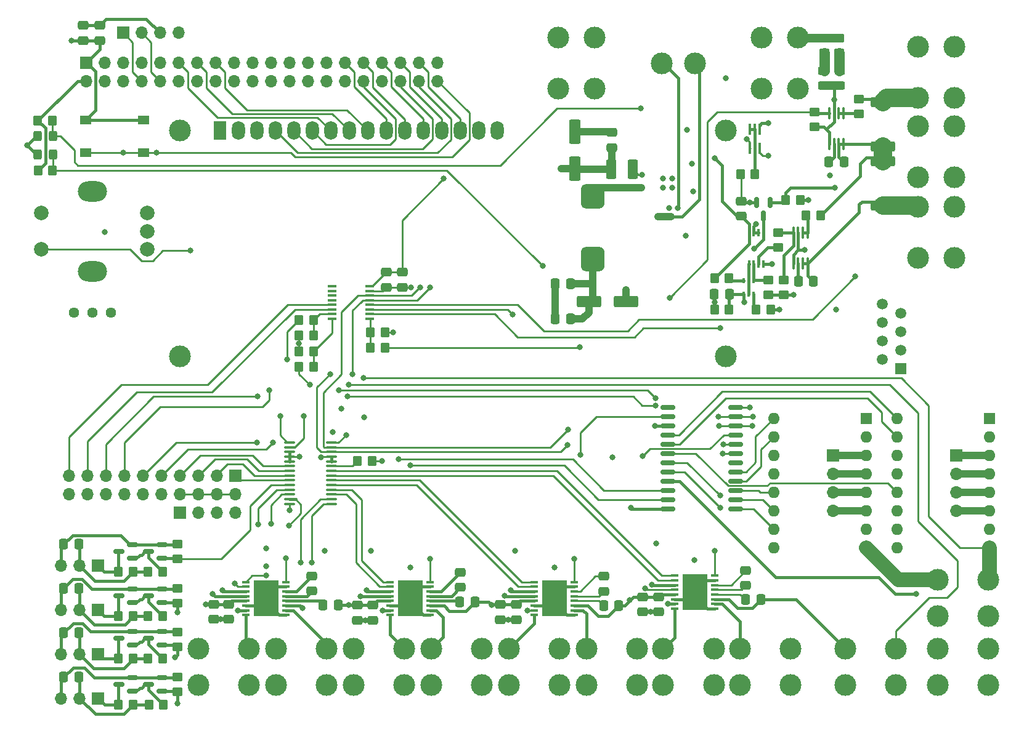
<source format=gbr>
%TF.GenerationSoftware,KiCad,Pcbnew,(6.0.7)*%
%TF.CreationDate,2022-11-14T00:19:26-05:00*%
%TF.ProjectId,MASA_Rover_1.0,4d415341-5f52-46f7-9665-725f312e302e,rev?*%
%TF.SameCoordinates,Original*%
%TF.FileFunction,Copper,L1,Top*%
%TF.FilePolarity,Positive*%
%FSLAX46Y46*%
G04 Gerber Fmt 4.6, Leading zero omitted, Abs format (unit mm)*
G04 Created by KiCad (PCBNEW (6.0.7)) date 2022-11-14 00:19:26*
%MOMM*%
%LPD*%
G01*
G04 APERTURE LIST*
G04 Aperture macros list*
%AMRoundRect*
0 Rectangle with rounded corners*
0 $1 Rounding radius*
0 $2 $3 $4 $5 $6 $7 $8 $9 X,Y pos of 4 corners*
0 Add a 4 corners polygon primitive as box body*
4,1,4,$2,$3,$4,$5,$6,$7,$8,$9,$2,$3,0*
0 Add four circle primitives for the rounded corners*
1,1,$1+$1,$2,$3*
1,1,$1+$1,$4,$5*
1,1,$1+$1,$6,$7*
1,1,$1+$1,$8,$9*
0 Add four rect primitives between the rounded corners*
20,1,$1+$1,$2,$3,$4,$5,0*
20,1,$1+$1,$4,$5,$6,$7,0*
20,1,$1+$1,$6,$7,$8,$9,0*
20,1,$1+$1,$8,$9,$2,$3,0*%
G04 Aperture macros list end*
%TA.AperFunction,SMDPad,CuDef*%
%ADD10RoundRect,0.250000X0.350000X0.450000X-0.350000X0.450000X-0.350000X-0.450000X0.350000X-0.450000X0*%
%TD*%
%TA.AperFunction,SMDPad,CuDef*%
%ADD11RoundRect,0.249999X-1.425001X0.450001X-1.425001X-0.450001X1.425001X-0.450001X1.425001X0.450001X0*%
%TD*%
%TA.AperFunction,SMDPad,CuDef*%
%ADD12RoundRect,0.250000X0.450000X-0.350000X0.450000X0.350000X-0.450000X0.350000X-0.450000X-0.350000X0*%
%TD*%
%TA.AperFunction,SMDPad,CuDef*%
%ADD13RoundRect,0.250000X-0.337500X-0.475000X0.337500X-0.475000X0.337500X0.475000X-0.337500X0.475000X0*%
%TD*%
%TA.AperFunction,SMDPad,CuDef*%
%ADD14RoundRect,0.150000X0.587500X0.150000X-0.587500X0.150000X-0.587500X-0.150000X0.587500X-0.150000X0*%
%TD*%
%TA.AperFunction,ComponentPad*%
%ADD15R,1.700000X1.700000*%
%TD*%
%TA.AperFunction,ComponentPad*%
%ADD16O,1.700000X1.700000*%
%TD*%
%TA.AperFunction,ComponentPad*%
%ADD17C,2.000000*%
%TD*%
%TA.AperFunction,ComponentPad*%
%ADD18O,4.000000X2.800000*%
%TD*%
%TA.AperFunction,ComponentPad*%
%ADD19C,3.000000*%
%TD*%
%TA.AperFunction,SMDPad,CuDef*%
%ADD20RoundRect,0.250000X-0.475000X0.337500X-0.475000X-0.337500X0.475000X-0.337500X0.475000X0.337500X0*%
%TD*%
%TA.AperFunction,SMDPad,CuDef*%
%ADD21R,0.400000X0.650000*%
%TD*%
%TA.AperFunction,SMDPad,CuDef*%
%ADD22R,1.050000X0.450000*%
%TD*%
%TA.AperFunction,SMDPad,CuDef*%
%ADD23R,3.400000X5.000000*%
%TD*%
%TA.AperFunction,SMDPad,CuDef*%
%ADD24RoundRect,0.250000X-0.350000X-0.450000X0.350000X-0.450000X0.350000X0.450000X-0.350000X0.450000X0*%
%TD*%
%TA.AperFunction,SMDPad,CuDef*%
%ADD25RoundRect,0.250000X-0.325000X-0.450000X0.325000X-0.450000X0.325000X0.450000X-0.325000X0.450000X0*%
%TD*%
%TA.AperFunction,SMDPad,CuDef*%
%ADD26RoundRect,0.250000X0.337500X0.475000X-0.337500X0.475000X-0.337500X-0.475000X0.337500X-0.475000X0*%
%TD*%
%TA.AperFunction,SMDPad,CuDef*%
%ADD27R,0.400000X1.500000*%
%TD*%
%TA.AperFunction,SMDPad,CuDef*%
%ADD28RoundRect,0.250000X0.550000X-1.412500X0.550000X1.412500X-0.550000X1.412500X-0.550000X-1.412500X0*%
%TD*%
%TA.AperFunction,SMDPad,CuDef*%
%ADD29RoundRect,0.250000X0.475000X-0.337500X0.475000X0.337500X-0.475000X0.337500X-0.475000X-0.337500X0*%
%TD*%
%TA.AperFunction,ComponentPad*%
%ADD30R,1.500000X1.500000*%
%TD*%
%TA.AperFunction,ComponentPad*%
%ADD31C,1.500000*%
%TD*%
%TA.AperFunction,SMDPad,CuDef*%
%ADD32RoundRect,0.812750X0.812750X-0.906750X0.812750X0.906750X-0.812750X0.906750X-0.812750X-0.906750X0*%
%TD*%
%TA.AperFunction,SMDPad,CuDef*%
%ADD33RoundRect,0.150000X-0.150000X0.587500X-0.150000X-0.587500X0.150000X-0.587500X0.150000X0.587500X0*%
%TD*%
%TA.AperFunction,SMDPad,CuDef*%
%ADD34RoundRect,0.150000X-0.875000X-0.150000X0.875000X-0.150000X0.875000X0.150000X-0.875000X0.150000X0*%
%TD*%
%TA.AperFunction,SMDPad,CuDef*%
%ADD35R,1.200000X0.400000*%
%TD*%
%TA.AperFunction,SMDPad,CuDef*%
%ADD36R,0.400000X1.100000*%
%TD*%
%TA.AperFunction,SMDPad,CuDef*%
%ADD37RoundRect,0.250001X0.462499X1.074999X-0.462499X1.074999X-0.462499X-1.074999X0.462499X-1.074999X0*%
%TD*%
%TA.AperFunction,SMDPad,CuDef*%
%ADD38RoundRect,0.250000X-0.450000X0.350000X-0.450000X-0.350000X0.450000X-0.350000X0.450000X0.350000X0*%
%TD*%
%TA.AperFunction,SMDPad,CuDef*%
%ADD39RoundRect,0.250000X-0.450000X0.325000X-0.450000X-0.325000X0.450000X-0.325000X0.450000X0.325000X0*%
%TD*%
%TA.AperFunction,ComponentPad*%
%ADD40C,1.440000*%
%TD*%
%TA.AperFunction,ComponentPad*%
%ADD41R,1.800000X2.600000*%
%TD*%
%TA.AperFunction,ComponentPad*%
%ADD42O,1.800000X2.600000*%
%TD*%
%TA.AperFunction,SMDPad,CuDef*%
%ADD43RoundRect,0.100000X-0.100000X0.712500X-0.100000X-0.712500X0.100000X-0.712500X0.100000X0.712500X0*%
%TD*%
%TA.AperFunction,SMDPad,CuDef*%
%ADD44RoundRect,0.100000X-0.637500X-0.100000X0.637500X-0.100000X0.637500X0.100000X-0.637500X0.100000X0*%
%TD*%
%TA.AperFunction,SMDPad,CuDef*%
%ADD45RoundRect,0.250000X-1.412500X-0.550000X1.412500X-0.550000X1.412500X0.550000X-1.412500X0.550000X0*%
%TD*%
%TA.AperFunction,SMDPad,CuDef*%
%ADD46RoundRect,0.250000X0.450000X-0.325000X0.450000X0.325000X-0.450000X0.325000X-0.450000X-0.325000X0*%
%TD*%
%TA.AperFunction,SMDPad,CuDef*%
%ADD47R,1.550000X1.300000*%
%TD*%
%TA.AperFunction,ComponentPad*%
%ADD48R,1.600000X1.600000*%
%TD*%
%TA.AperFunction,ComponentPad*%
%ADD49O,1.600000X1.600000*%
%TD*%
%TA.AperFunction,ViaPad*%
%ADD50C,0.800000*%
%TD*%
%TA.AperFunction,Conductor*%
%ADD51C,1.000000*%
%TD*%
%TA.AperFunction,Conductor*%
%ADD52C,0.400000*%
%TD*%
%TA.AperFunction,Conductor*%
%ADD53C,0.450000*%
%TD*%
%TA.AperFunction,Conductor*%
%ADD54C,0.250000*%
%TD*%
%TA.AperFunction,Conductor*%
%ADD55C,1.200000*%
%TD*%
%TA.AperFunction,Conductor*%
%ADD56C,2.000000*%
%TD*%
%TA.AperFunction,Conductor*%
%ADD57C,2.540000*%
%TD*%
%TA.AperFunction,Conductor*%
%ADD58C,1.400000*%
%TD*%
G04 APERTURE END LIST*
D10*
%TO.P,R42,1*%
%TO.N,+5V*%
X51038000Y-146177000D03*
%TO.P,R42,2*%
%TO.N,Net-(J15-Pad1)*%
X49038000Y-146177000D03*
%TD*%
D11*
%TO.P,R19,1*%
%TO.N,Net-(C27-Pad2)*%
X154051000Y-71372000D03*
%TO.P,R19,2*%
%TO.N,Net-(C28-Pad2)*%
X154051000Y-77472000D03*
%TD*%
D12*
%TO.P,R45,1*%
%TO.N,/I2C Expenders/PWM7*%
X57150000Y-144383000D03*
%TO.P,R45,2*%
%TO.N,GND*%
X57150000Y-142383000D03*
%TD*%
D13*
%TO.P,C30,1*%
%TO.N,GND*%
X130915500Y-89662000D03*
%TO.P,C30,2*%
%TO.N,Net-(C30-Pad2)*%
X132990500Y-89662000D03*
%TD*%
D14*
%TO.P,Q10,1,G*%
%TO.N,/I2C Expenders/PWM7*%
X55039500Y-144333000D03*
%TO.P,Q10,2,S*%
%TO.N,GND*%
X55039500Y-142433000D03*
%TO.P,Q10,3,D*%
%TO.N,Net-(Q10-Pad3)*%
X53164500Y-143383000D03*
%TD*%
D15*
%TO.P,J13,1,Pin_1*%
%TO.N,Net-(J13-Pad1)*%
X46213000Y-133096000D03*
D16*
%TO.P,J13,2,Pin_2*%
%TO.N,+5V*%
X43673000Y-133096000D03*
%TO.P,J13,3,Pin_3*%
%TO.N,GND*%
X41133000Y-133096000D03*
%TD*%
D17*
%TO.P,S2,1*%
%TO.N,/EC11_SW*%
X38462000Y-83526000D03*
%TO.P,S2,2*%
%TO.N,Net-(R12-Pad2)*%
X38462000Y-78526000D03*
D18*
%TO.P,S2,3*%
%TO.N,GND*%
X45462000Y-86526000D03*
X45462000Y-75526000D03*
D17*
%TO.P,S2,A,CH_A*%
%TO.N,/EC11_A*%
X52962000Y-83526000D03*
%TO.P,S2,B,CH_B*%
%TO.N,/EC11_B*%
X52962000Y-78526000D03*
%TO.P,S2,C,COM*%
%TO.N,GND*%
X52962000Y-81026000D03*
%TD*%
D19*
%TO.P,J9,1,Pin_1*%
%TO.N,Net-(C28-Pad2)*%
X163917000Y-84658000D03*
X163917000Y-77648000D03*
X158917000Y-84658000D03*
X158917000Y-77648000D03*
%TD*%
D10*
%TO.P,R39,1*%
%TO.N,+5V*%
X51038000Y-139827000D03*
%TO.P,R39,2*%
%TO.N,Net-(J14-Pad1)*%
X49038000Y-139827000D03*
%TD*%
D20*
%TO.P,C21,1*%
%TO.N,+3V3*%
X88011000Y-86656000D03*
%TO.P,C21,2*%
%TO.N,GND*%
X88011000Y-88731000D03*
%TD*%
D10*
%TO.P,R43,1*%
%TO.N,+5V*%
X85645500Y-97028000D03*
%TO.P,R43,2*%
%TO.N,/I2C Expenders/AIN3*%
X83645500Y-97028000D03*
%TD*%
D21*
%TO.P,Q2,1,E1*%
%TO.N,Net-(Q2-Pad1)*%
X136286000Y-87823000D03*
%TO.P,Q2,2,B1*%
%TO.N,Net-(Q2-Pad2)*%
X135636000Y-87823000D03*
%TO.P,Q2,3,C2*%
%TO.N,Net-(Q2-Pad3)*%
X134986000Y-87823000D03*
%TO.P,Q2,4,E2*%
%TO.N,Net-(C30-Pad2)*%
X134986000Y-89723000D03*
%TO.P,Q2,5,B2*%
%TO.N,Net-(Q2-Pad2)*%
X135636000Y-89723000D03*
%TO.P,Q2,6,C1*%
%TO.N,Net-(Q2-Pad6)*%
X136286000Y-89723000D03*
%TD*%
D13*
%TO.P,C28,1*%
%TO.N,Net-(C28-Pad1)*%
X142472500Y-87930500D03*
%TO.P,C28,2*%
%TO.N,Net-(C28-Pad2)*%
X144547500Y-87930500D03*
%TD*%
D10*
%TO.P,R30,1*%
%TO.N,Net-(C30-Pad2)*%
X132953000Y-91821000D03*
%TO.P,R30,2*%
%TO.N,GND*%
X130953000Y-91821000D03*
%TD*%
D15*
%TO.P,J15,1,Pin_1*%
%TO.N,Net-(J15-Pad1)*%
X46228000Y-145288000D03*
D16*
%TO.P,J15,2,Pin_2*%
%TO.N,+5V*%
X43688000Y-145288000D03*
%TO.P,J15,3,Pin_3*%
%TO.N,GND*%
X41148000Y-145288000D03*
%TD*%
D22*
%TO.P,U13,1,EN/IN1*%
%TO.N,/I2C Expenders/PWM13*%
X106157000Y-129267000D03*
%TO.P,U13,2,PH/IN2*%
%TO.N,/I2C Expenders/PWM12*%
X106157000Y-129917000D03*
%TO.P,U13,3,nSLEEP*%
%TO.N,+5V*%
X106157000Y-130567000D03*
%TO.P,U13,4,nFAULT*%
%TO.N,Net-(R49-Pad2)*%
X106157000Y-131217000D03*
%TO.P,U13,5,RSVD1*%
%TO.N,/I2C Expenders/DC Motor/VCCdc*%
X106157000Y-131867000D03*
%TO.P,U13,6,RSVD2*%
%TO.N,GND*%
X106157000Y-132517000D03*
%TO.P,U13,7,IMODE*%
%TO.N,Net-(JP12-Pad2)*%
X106157000Y-133167000D03*
%TO.P,U13,8,OUT1*%
%TO.N,/I2C Expenders/DC Motor/MOT3+*%
X106157000Y-133817000D03*
%TO.P,U13,9,PGND*%
%TO.N,GND*%
X111707000Y-133817000D03*
%TO.P,U13,10,OUT2*%
%TO.N,/I2C Expenders/DC Motor/MOT3-*%
X111707000Y-133167000D03*
%TO.P,U13,11,VM*%
%TO.N,/I2C Expenders/DC Motor/VCCdc*%
X111707000Y-132517000D03*
%TO.P,U13,12,VCP*%
%TO.N,Net-(C46-Pad2)*%
X111707000Y-131867000D03*
%TO.P,U13,13,CPH*%
%TO.N,Net-(C50-Pad2)*%
X111707000Y-131217000D03*
%TO.P,U13,14,CPL*%
%TO.N,Net-(C50-Pad1)*%
X111707000Y-130567000D03*
%TO.P,U13,15,GND*%
%TO.N,GND*%
X111707000Y-129917000D03*
%TO.P,U13,16,PMODE*%
%TO.N,Net-(JP10-Pad2)*%
X111707000Y-129267000D03*
D23*
%TO.P,U13,17,GND*%
%TO.N,GND*%
X108932000Y-131542000D03*
%TD*%
D20*
%TO.P,C22,1*%
%TO.N,+3V3*%
X85852000Y-86656000D03*
%TO.P,C22,2*%
%TO.N,GND*%
X85852000Y-88731000D03*
%TD*%
D24*
%TO.P,R44,1*%
%TO.N,/I2C Expenders/AIN3*%
X83645500Y-94932500D03*
%TO.P,R44,2*%
%TO.N,GND*%
X85645500Y-94932500D03*
%TD*%
%TO.P,R50,1*%
%TO.N,/I2C Expenders/DC Motor/VCCdc*%
X73866500Y-99695000D03*
%TO.P,R50,2*%
%TO.N,/I2C Expenders/AIN4*%
X75866500Y-99695000D03*
%TD*%
D19*
%TO.P,J8,1,Pin_1*%
%TO.N,/I2C Expenders/Peak Power Monitoring/PPM_Entry*%
X158917000Y-55677000D03*
X158917000Y-62687000D03*
X163917000Y-62687000D03*
X163917000Y-55677000D03*
%TD*%
D11*
%TO.P,R18,1*%
%TO.N,/I2C Expenders/Peak Power Monitoring/PPM_Entry*%
X154051000Y-63244000D03*
%TO.P,R18,2*%
%TO.N,Net-(C27-Pad2)*%
X154051000Y-69344000D03*
%TD*%
D19*
%TO.P,J5,1,Pin_1*%
%TO.N,GND*%
X109500000Y-54407000D03*
X114500000Y-61417000D03*
X114500000Y-54407000D03*
X109500000Y-61417000D03*
%TD*%
%TO.P,J16,1,Pin_1*%
%TO.N,/I2C Expenders/DC Motor/MOT1+*%
X59995000Y-143470000D03*
X67005000Y-143470000D03*
X67005000Y-138470000D03*
X59995000Y-138470000D03*
%TD*%
D25*
%TO.P,D4,1,K*%
%TO.N,GND*%
X37964000Y-70494500D03*
%TO.P,D4,2,A*%
%TO.N,/Power Supply/PGOOD_5V0*%
X40014000Y-70494500D03*
%TD*%
D15*
%TO.P,J12,1,Pin_1*%
%TO.N,Net-(J12-Pad1)*%
X46213000Y-127000000D03*
D16*
%TO.P,J12,2,Pin_2*%
%TO.N,+5V*%
X43673000Y-127000000D03*
%TO.P,J12,3,Pin_3*%
%TO.N,GND*%
X41133000Y-127000000D03*
%TD*%
D26*
%TO.P,C46,1*%
%TO.N,/I2C Expenders/DC Motor/VCCdc*%
X117787500Y-132500000D03*
%TO.P,C46,2*%
%TO.N,Net-(C46-Pad2)*%
X115712500Y-132500000D03*
%TD*%
D20*
%TO.P,C41,1*%
%TO.N,Net-(C41-Pad1)*%
X75628500Y-128439000D03*
%TO.P,C41,2*%
%TO.N,Net-(C41-Pad2)*%
X75628500Y-130514000D03*
%TD*%
D27*
%TO.P,U1,1,E1*%
%TO.N,/Power Supply/VCCext*%
X135831000Y-69655000D03*
%TO.P,U1,2,B1*%
%TO.N,Net-(R2-Pad1)*%
X136481000Y-69655000D03*
%TO.P,U1,3,C2*%
%TO.N,Net-(Q1-Pad1)*%
X137131000Y-69655000D03*
%TO.P,U1,4,E2*%
%TO.N,VCC*%
X137131000Y-66995000D03*
%TO.P,U1,5,B2*%
%TO.N,Net-(R2-Pad1)*%
X136481000Y-66995000D03*
%TO.P,U1,6,C1*%
X135831000Y-66995000D03*
%TD*%
D28*
%TO.P,C16,1*%
%TO.N,+3V3*%
X111760000Y-72387500D03*
%TO.P,C16,2*%
%TO.N,GND*%
X111760000Y-67312500D03*
%TD*%
D26*
%TO.P,C12,1*%
%TO.N,+5V*%
X111146500Y-88265000D03*
%TO.P,C12,2*%
%TO.N,GND*%
X109071500Y-88265000D03*
%TD*%
%TO.P,C31,1*%
%TO.N,+5V*%
X43582500Y-124079000D03*
%TO.P,C31,2*%
%TO.N,GND*%
X41507500Y-124079000D03*
%TD*%
D24*
%TO.P,R38,1*%
%TO.N,+5V*%
X53102000Y-139827000D03*
%TO.P,R38,2*%
%TO.N,Net-(Q8-Pad3)*%
X55102000Y-139827000D03*
%TD*%
%TO.P,R27,1*%
%TO.N,+3V3*%
X130953000Y-87503000D03*
%TO.P,R27,2*%
%TO.N,Net-(Q2-Pad3)*%
X132953000Y-87503000D03*
%TD*%
D19*
%TO.P,J22,1,Pin_1*%
%TO.N,/I2C Expenders/DC Motor/MOT4-*%
X141427000Y-138470000D03*
X134417000Y-143470000D03*
X141427000Y-143470000D03*
X134417000Y-138470000D03*
%TD*%
%TO.P,J29,1,Pin_1*%
%TO.N,GND*%
X168605000Y-138470000D03*
X161595000Y-143470000D03*
X168605000Y-143470000D03*
X161595000Y-138470000D03*
%TD*%
D20*
%TO.P,C39,1*%
%TO.N,/I2C Expenders/DC Motor/VCCdc*%
X84010500Y-132439500D03*
%TO.P,C39,2*%
%TO.N,GND*%
X84010500Y-134514500D03*
%TD*%
D24*
%TO.P,R41,1*%
%TO.N,+5V*%
X53229000Y-146177000D03*
%TO.P,R41,2*%
%TO.N,Net-(Q10-Pad3)*%
X55229000Y-146177000D03*
%TD*%
D26*
%TO.P,C76,1*%
%TO.N,+5V*%
X111146500Y-93091000D03*
%TO.P,C76,2*%
%TO.N,GND*%
X109071500Y-93091000D03*
%TD*%
D22*
%TO.P,U10,1,EN/IN1*%
%TO.N,/I2C Expenders/PWM9*%
X66533000Y-129267000D03*
%TO.P,U10,2,PH/IN2*%
%TO.N,/I2C Expenders/PWM8*%
X66533000Y-129917000D03*
%TO.P,U10,3,nSLEEP*%
%TO.N,+5V*%
X66533000Y-130567000D03*
%TO.P,U10,4,nFAULT*%
%TO.N,Net-(R46-Pad2)*%
X66533000Y-131217000D03*
%TO.P,U10,5,RSVD1*%
%TO.N,/I2C Expenders/DC Motor/VCCdc*%
X66533000Y-131867000D03*
%TO.P,U10,6,RSVD2*%
%TO.N,GND*%
X66533000Y-132517000D03*
%TO.P,U10,7,IMODE*%
%TO.N,Net-(JP7-Pad2)*%
X66533000Y-133167000D03*
%TO.P,U10,8,OUT1*%
%TO.N,/I2C Expenders/DC Motor/MOT1+*%
X66533000Y-133817000D03*
%TO.P,U10,9,PGND*%
%TO.N,GND*%
X72083000Y-133817000D03*
%TO.P,U10,10,OUT2*%
%TO.N,/I2C Expenders/DC Motor/MOT1-*%
X72083000Y-133167000D03*
%TO.P,U10,11,VM*%
%TO.N,/I2C Expenders/DC Motor/VCCdc*%
X72083000Y-132517000D03*
%TO.P,U10,12,VCP*%
%TO.N,Net-(C35-Pad2)*%
X72083000Y-131867000D03*
%TO.P,U10,13,CPH*%
%TO.N,Net-(C41-Pad2)*%
X72083000Y-131217000D03*
%TO.P,U10,14,CPL*%
%TO.N,Net-(C41-Pad1)*%
X72083000Y-130567000D03*
%TO.P,U10,15,GND*%
%TO.N,GND*%
X72083000Y-129917000D03*
%TO.P,U10,16,PMODE*%
%TO.N,Net-(JP5-Pad2)*%
X72083000Y-129267000D03*
D23*
%TO.P,U10,17,GND*%
%TO.N,GND*%
X69308000Y-131542000D03*
%TD*%
D12*
%TO.P,R40,1*%
%TO.N,/I2C Expenders/PWM6*%
X57150000Y-138160000D03*
%TO.P,R40,2*%
%TO.N,GND*%
X57150000Y-136160000D03*
%TD*%
D29*
%TO.P,C1,1*%
%TO.N,+3V3*%
X44196000Y-54758500D03*
%TO.P,C1,2*%
%TO.N,GND*%
X44196000Y-52683500D03*
%TD*%
D10*
%TO.P,R53,1*%
%TO.N,/I2C Expenders/AIN5*%
X75866500Y-95377000D03*
%TO.P,R53,2*%
%TO.N,GND*%
X73866500Y-95377000D03*
%TD*%
D12*
%TO.P,R34,1*%
%TO.N,/I2C Expenders/PWM4*%
X57150000Y-126095000D03*
%TO.P,R34,2*%
%TO.N,GND*%
X57150000Y-124095000D03*
%TD*%
D15*
%TO.P,J1,1,Pin_1*%
%TO.N,/UART_RXD*%
X49667000Y-53721000D03*
D16*
%TO.P,J1,2,Pin_2*%
%TO.N,/UART_TXD*%
X52207000Y-53721000D03*
%TO.P,J1,3,Pin_3*%
%TO.N,GND*%
X54747000Y-53721000D03*
%TO.P,J1,4,Pin_4*%
%TO.N,+3V3*%
X57287000Y-53721000D03*
%TD*%
D30*
%TO.P,J3,1*%
%TO.N,/SCL*%
X156571000Y-99913500D03*
D31*
%TO.P,J3,2*%
%TO.N,GND*%
X154031000Y-98643500D03*
%TO.P,J3,3*%
X156571000Y-97373500D03*
%TO.P,J3,4*%
X154031000Y-96103500D03*
%TO.P,J3,5*%
%TO.N,+3V3*%
X156571000Y-94833500D03*
%TO.P,J3,6*%
X154031000Y-93563500D03*
%TO.P,J3,7*%
%TO.N,GND*%
X156571000Y-92293500D03*
%TO.P,J3,8*%
%TO.N,/SDA*%
X154031000Y-91023500D03*
%TD*%
D32*
%TO.P,L1,1,1*%
%TO.N,+5V*%
X114173000Y-84831000D03*
%TO.P,L1,2,2*%
%TO.N,/Power Supply/SW1*%
X114173000Y-76205000D03*
%TD*%
D33*
%TO.P,Q3,1,G*%
%TO.N,/I2C Expenders/IO0_5*%
X138618000Y-77040500D03*
%TO.P,Q3,2,S*%
%TO.N,GND*%
X136718000Y-77040500D03*
%TO.P,Q3,3,D*%
%TO.N,Net-(C30-Pad2)*%
X137668000Y-78915500D03*
%TD*%
D20*
%TO.P,C47,1*%
%TO.N,/I2C Expenders/DC Motor/VCCdc*%
X103695500Y-132376000D03*
%TO.P,C47,2*%
%TO.N,GND*%
X103695500Y-134451000D03*
%TD*%
D12*
%TO.P,R37,1*%
%TO.N,/I2C Expenders/PWM5*%
X57150000Y-132191000D03*
%TO.P,R37,2*%
%TO.N,GND*%
X57150000Y-130191000D03*
%TD*%
D34*
%TO.P,U5,1,nINT*%
%TO.N,unconnected-(U5-Pad1)*%
X124572500Y-105219500D03*
%TO.P,U5,2,A1*%
%TO.N,Net-(JP4-Pad2)*%
X124572500Y-106489500D03*
%TO.P,U5,3,A2*%
%TO.N,GND*%
X124572500Y-107759500D03*
%TO.P,U5,4,IO0_0*%
%TO.N,/I2C Expenders/IO0_0*%
X124572500Y-109029500D03*
%TO.P,U5,5,IO0_1*%
%TO.N,/I2C Expenders/IO0_1*%
X124572500Y-110299500D03*
%TO.P,U5,6,IO0_2*%
%TO.N,/I2C Expenders/IO0_2*%
X124572500Y-111569500D03*
%TO.P,U5,7,IO0_3*%
%TO.N,/I2C Expenders/IO0_3*%
X124572500Y-112839500D03*
%TO.P,U5,8,IO0_4*%
%TO.N,/I2C Expenders/IO0_4*%
X124572500Y-114109500D03*
%TO.P,U5,9,IO0_5*%
%TO.N,/I2C Expenders/IO0_5*%
X124572500Y-115379500D03*
%TO.P,U5,10,IO0_6*%
%TO.N,/I2C Expenders/IO0_6*%
X124572500Y-116649500D03*
%TO.P,U5,11,IO0_7*%
%TO.N,/I2C Expenders/IO0_7*%
X124572500Y-117919500D03*
%TO.P,U5,12,VSS*%
%TO.N,GND*%
X124572500Y-119189500D03*
%TO.P,U5,13,IO1_0*%
%TO.N,/I2C Expenders/IO1_0*%
X133872500Y-119189500D03*
%TO.P,U5,14,IO1_1*%
%TO.N,/I2C Expenders/IO1_1*%
X133872500Y-117919500D03*
%TO.P,U5,15,IO1_2*%
%TO.N,/I2C Expenders/IO1_2*%
X133872500Y-116649500D03*
%TO.P,U5,16,IO1_3*%
%TO.N,/I2C Expenders/IO1_3*%
X133872500Y-115379500D03*
%TO.P,U5,17,IO1_4*%
%TO.N,/I2C Expenders/IO1_4*%
X133872500Y-114109500D03*
%TO.P,U5,18,IO1_5*%
%TO.N,unconnected-(U5-Pad18)*%
X133872500Y-112839500D03*
%TO.P,U5,19,IO1_6*%
%TO.N,/I2C Expenders/IO1_6*%
X133872500Y-111569500D03*
%TO.P,U5,20,IO1_7*%
%TO.N,/I2C Expenders/IO1_7*%
X133872500Y-110299500D03*
%TO.P,U5,21,A0*%
%TO.N,Net-(JP3-Pad2)*%
X133872500Y-109029500D03*
%TO.P,U5,22,SCL*%
%TO.N,/SCL*%
X133872500Y-107759500D03*
%TO.P,U5,23,SDA*%
%TO.N,/SDA*%
X133872500Y-106489500D03*
%TO.P,U5,24,VDD*%
%TO.N,+3V3*%
X133872500Y-105219500D03*
%TD*%
D10*
%TO.P,R31,1*%
%TO.N,+3V3*%
X142732000Y-76754500D03*
%TO.P,R31,2*%
%TO.N,/I2C Expenders/IO0_5*%
X140732000Y-76754500D03*
%TD*%
D35*
%TO.P,U4,1,AIN11/REF*%
%TO.N,unconnected-(U4-Pad1)*%
X78362500Y-88582500D03*
%TO.P,U4,2,AIN10*%
%TO.N,unconnected-(U4-Pad2)*%
X78362500Y-89217500D03*
%TO.P,U4,3,AIN9*%
%TO.N,unconnected-(U4-Pad3)*%
X78362500Y-89852500D03*
%TO.P,U4,4,AIN8*%
%TO.N,unconnected-(U4-Pad4)*%
X78362500Y-90487500D03*
%TO.P,U4,5,AIN7*%
%TO.N,/I2C Expenders/AIN7*%
X78362500Y-91122500D03*
%TO.P,U4,6,AIN6*%
%TO.N,/I2C Expenders/AIN6*%
X78362500Y-91757500D03*
%TO.P,U4,7,AIN5*%
%TO.N,/I2C Expenders/AIN5*%
X78362500Y-92392500D03*
%TO.P,U4,8,AIN4*%
%TO.N,/I2C Expenders/AIN4*%
X78362500Y-93027500D03*
%TO.P,U4,9,AIN3*%
%TO.N,/I2C Expenders/AIN3*%
X83562500Y-93027500D03*
%TO.P,U4,10,AIN2*%
%TO.N,/I2C Expenders/AIN2*%
X83562500Y-92392500D03*
%TO.P,U4,11,AIN1*%
%TO.N,/I2C Expenders/AIN1*%
X83562500Y-91757500D03*
%TO.P,U4,12,AIN0*%
%TO.N,/I2C Expenders/AIN0*%
X83562500Y-91122500D03*
%TO.P,U4,13,SCL*%
%TO.N,/SCL*%
X83562500Y-90487500D03*
%TO.P,U4,14,SDA*%
%TO.N,/SDA*%
X83562500Y-89852500D03*
%TO.P,U4,15,GND*%
%TO.N,GND*%
X83562500Y-89217500D03*
%TO.P,U4,16,VDD*%
%TO.N,+3V3*%
X83562500Y-88582500D03*
%TD*%
D12*
%TO.P,R21,1*%
%TO.N,Net-(R21-Pad1)*%
X150749000Y-64881000D03*
%TO.P,R21,2*%
%TO.N,/I2C Expenders/Peak Power Monitoring/PPM_Entry*%
X150749000Y-62881000D03*
%TD*%
D14*
%TO.P,Q7,1,G*%
%TO.N,Net-(Q6-Pad3)*%
X50975500Y-132141000D03*
%TO.P,Q7,2,S*%
%TO.N,GND*%
X50975500Y-130241000D03*
%TO.P,Q7,3,D*%
%TO.N,Net-(J13-Pad1)*%
X49100500Y-131191000D03*
%TD*%
D36*
%TO.P,U9,1,OUTA*%
%TO.N,Net-(Q2-Pad2)*%
X135677000Y-85508500D03*
%TO.P,U9,2,-INA*%
%TO.N,Net-(Q2-Pad1)*%
X136327000Y-85508500D03*
%TO.P,U9,3,+INA*%
%TO.N,Net-(R29-Pad1)*%
X136977000Y-85508500D03*
%TO.P,U9,4,V-*%
%TO.N,GND*%
X137627000Y-85508500D03*
%TO.P,U9,5,+INB*%
%TO.N,Net-(C30-Pad2)*%
X137627000Y-81208500D03*
%TO.P,U9,6,-INB*%
%TO.N,/I2C Expenders/AIN2*%
X136977000Y-81208500D03*
%TO.P,U9,7,OUTB*%
X136327000Y-81208500D03*
%TO.P,U9,8,V+*%
%TO.N,+3V3*%
X135677000Y-81208500D03*
%TD*%
D12*
%TO.P,R29,1*%
%TO.N,Net-(R29-Pad1)*%
X139700000Y-83215500D03*
%TO.P,R29,2*%
%TO.N,Net-(R25-Pad2)*%
X139700000Y-81215500D03*
%TD*%
D26*
%TO.P,C33,1*%
%TO.N,+5V*%
X43582500Y-136271000D03*
%TO.P,C33,2*%
%TO.N,GND*%
X41507500Y-136271000D03*
%TD*%
D25*
%TO.P,D5,1,K*%
%TO.N,GND*%
X37964000Y-67954500D03*
%TO.P,D5,2,A*%
%TO.N,/Power Supply/PGOOD_3V3*%
X40014000Y-67954500D03*
%TD*%
D24*
%TO.P,R52,1*%
%TO.N,/I2C Expenders/Stepper Motor/VCCstp*%
X73866500Y-93218000D03*
%TO.P,R52,2*%
%TO.N,/I2C Expenders/AIN5*%
X75866500Y-93218000D03*
%TD*%
D19*
%TO.P,J10,1,Pin_1*%
%TO.N,GND*%
X163917000Y-73609000D03*
X158917000Y-73609000D03*
X163917000Y-66599000D03*
X158917000Y-66599000D03*
%TD*%
D15*
%TO.P,J26,1,Pin_1*%
%TO.N,/I2C Expenders/Stepper Motor/A2_1*%
X147246500Y-111833500D03*
D16*
%TO.P,J26,2,Pin_2*%
%TO.N,/I2C Expenders/Stepper Motor/A1_1*%
X147246500Y-114373500D03*
%TO.P,J26,3,Pin_3*%
%TO.N,/I2C Expenders/Stepper Motor/B1_1*%
X147246500Y-116913500D03*
%TO.P,J26,4,Pin_4*%
%TO.N,/I2C Expenders/Stepper Motor/B2_1*%
X147246500Y-119453500D03*
%TD*%
D14*
%TO.P,Q4,1,G*%
%TO.N,/I2C Expenders/PWM4*%
X55039500Y-126045000D03*
%TO.P,Q4,2,S*%
%TO.N,GND*%
X55039500Y-124145000D03*
%TO.P,Q4,3,D*%
%TO.N,Net-(Q4-Pad3)*%
X53164500Y-125095000D03*
%TD*%
D37*
%TO.P,L2,1,1*%
%TO.N,/Power Supply/SW2*%
X119724500Y-72517000D03*
%TO.P,L2,2,2*%
%TO.N,+3V3*%
X116749500Y-72517000D03*
%TD*%
D15*
%TO.P,J27,1,Pin_1*%
%TO.N,/I2C Expenders/Stepper Motor/A2_2*%
X164137500Y-111823500D03*
D16*
%TO.P,J27,2,Pin_2*%
%TO.N,/I2C Expenders/Stepper Motor/A1_2*%
X164137500Y-114363500D03*
%TO.P,J27,3,Pin_3*%
%TO.N,/I2C Expenders/Stepper Motor/B1_2*%
X164137500Y-116903500D03*
%TO.P,J27,4,Pin_4*%
%TO.N,/I2C Expenders/Stepper Motor/B2_2*%
X164137500Y-119443500D03*
%TD*%
D19*
%TO.P,J23,1,Pin_1*%
%TO.N,/I2C Expenders/DC Motor/MOT3-*%
X120345000Y-143470000D03*
X120345000Y-138470000D03*
X113335000Y-143470000D03*
X113335000Y-138470000D03*
%TD*%
D10*
%TO.P,R51,1*%
%TO.N,/I2C Expenders/AIN4*%
X75866500Y-97536000D03*
%TO.P,R51,2*%
%TO.N,GND*%
X73866500Y-97536000D03*
%TD*%
D20*
%TO.P,C37,1*%
%TO.N,/I2C Expenders/DC Motor/VCCdc*%
X62103000Y-132334000D03*
%TO.P,C37,2*%
%TO.N,GND*%
X62103000Y-134409000D03*
%TD*%
D38*
%TO.P,R5,1*%
%TO.N,/Power Supply/VCCext*%
X146050000Y-54499000D03*
%TO.P,R5,2*%
%TO.N,Net-(D2-Pad2)*%
X146050000Y-56499000D03*
%TD*%
D10*
%TO.P,R2,1*%
%TO.N,Net-(R2-Pad1)*%
X136509000Y-73152000D03*
%TO.P,R2,2*%
%TO.N,GND*%
X134509000Y-73152000D03*
%TD*%
D19*
%TO.P,J17,1,Pin_1*%
%TO.N,/I2C Expenders/DC Motor/MOT2+*%
X88341000Y-138470000D03*
X88341000Y-143470000D03*
X81331000Y-143470000D03*
X81331000Y-138470000D03*
%TD*%
D22*
%TO.P,U12,1,EN/IN1*%
%TO.N,/I2C Expenders/PWM15*%
X125461000Y-128388000D03*
%TO.P,U12,2,PH/IN2*%
%TO.N,/I2C Expenders/PWM14*%
X125461000Y-129038000D03*
%TO.P,U12,3,nSLEEP*%
%TO.N,+5V*%
X125461000Y-129688000D03*
%TO.P,U12,4,nFAULT*%
%TO.N,Net-(R48-Pad2)*%
X125461000Y-130338000D03*
%TO.P,U12,5,RSVD1*%
%TO.N,/I2C Expenders/DC Motor/VCCdc*%
X125461000Y-130988000D03*
%TO.P,U12,6,RSVD2*%
%TO.N,GND*%
X125461000Y-131638000D03*
%TO.P,U12,7,IMODE*%
%TO.N,Net-(JP11-Pad2)*%
X125461000Y-132288000D03*
%TO.P,U12,8,OUT1*%
%TO.N,/I2C Expenders/DC Motor/MOT4+*%
X125461000Y-132938000D03*
%TO.P,U12,9,PGND*%
%TO.N,GND*%
X131011000Y-132938000D03*
%TO.P,U12,10,OUT2*%
%TO.N,/I2C Expenders/DC Motor/MOT4-*%
X131011000Y-132288000D03*
%TO.P,U12,11,VM*%
%TO.N,/I2C Expenders/DC Motor/VCCdc*%
X131011000Y-131638000D03*
%TO.P,U12,12,VCP*%
%TO.N,Net-(C43-Pad2)*%
X131011000Y-130988000D03*
%TO.P,U12,13,CPH*%
%TO.N,Net-(C49-Pad2)*%
X131011000Y-130338000D03*
%TO.P,U12,14,CPL*%
%TO.N,Net-(C49-Pad1)*%
X131011000Y-129688000D03*
%TO.P,U12,15,GND*%
%TO.N,GND*%
X131011000Y-129038000D03*
%TO.P,U12,16,PMODE*%
%TO.N,Net-(JP9-Pad2)*%
X131011000Y-128388000D03*
D23*
%TO.P,U12,17,GND*%
%TO.N,GND*%
X128236000Y-130663000D03*
%TD*%
D29*
%TO.P,C2,1*%
%TO.N,+3V3*%
X46482000Y-54758500D03*
%TO.P,C2,2*%
%TO.N,GND*%
X46482000Y-52683500D03*
%TD*%
D14*
%TO.P,Q11,1,G*%
%TO.N,Net-(Q10-Pad3)*%
X50975500Y-144333000D03*
%TO.P,Q11,2,S*%
%TO.N,GND*%
X50975500Y-142433000D03*
%TO.P,Q11,3,D*%
%TO.N,Net-(J15-Pad1)*%
X49100500Y-143383000D03*
%TD*%
D39*
%TO.P,D3,1,K*%
%TO.N,Net-(D3-Pad1)*%
X148200000Y-58919000D03*
%TO.P,D3,2,A*%
%TO.N,GND*%
X148200000Y-60969000D03*
%TD*%
D22*
%TO.P,U11,1,EN/IN1*%
%TO.N,/I2C Expenders/PWM11*%
X86345000Y-129267000D03*
%TO.P,U11,2,PH/IN2*%
%TO.N,/I2C Expenders/PWM10*%
X86345000Y-129917000D03*
%TO.P,U11,3,nSLEEP*%
%TO.N,+5V*%
X86345000Y-130567000D03*
%TO.P,U11,4,nFAULT*%
%TO.N,Net-(R47-Pad2)*%
X86345000Y-131217000D03*
%TO.P,U11,5,RSVD1*%
%TO.N,/I2C Expenders/DC Motor/VCCdc*%
X86345000Y-131867000D03*
%TO.P,U11,6,RSVD2*%
%TO.N,GND*%
X86345000Y-132517000D03*
%TO.P,U11,7,IMODE*%
%TO.N,Net-(JP8-Pad2)*%
X86345000Y-133167000D03*
%TO.P,U11,8,OUT1*%
%TO.N,/I2C Expenders/DC Motor/MOT2+*%
X86345000Y-133817000D03*
%TO.P,U11,9,PGND*%
%TO.N,GND*%
X91895000Y-133817000D03*
%TO.P,U11,10,OUT2*%
%TO.N,/I2C Expenders/DC Motor/MOT2-*%
X91895000Y-133167000D03*
%TO.P,U11,11,VM*%
%TO.N,/I2C Expenders/DC Motor/VCCdc*%
X91895000Y-132517000D03*
%TO.P,U11,12,VCP*%
%TO.N,Net-(C38-Pad2)*%
X91895000Y-131867000D03*
%TO.P,U11,13,CPH*%
%TO.N,Net-(C42-Pad2)*%
X91895000Y-131217000D03*
%TO.P,U11,14,CPL*%
%TO.N,Net-(C42-Pad1)*%
X91895000Y-130567000D03*
%TO.P,U11,15,GND*%
%TO.N,GND*%
X91895000Y-129917000D03*
%TO.P,U11,16,PMODE*%
%TO.N,Net-(JP6-Pad2)*%
X91895000Y-129267000D03*
D23*
%TO.P,U11,17,GND*%
%TO.N,GND*%
X89120000Y-131542000D03*
%TD*%
D19*
%TO.P,J4,1,Pin_1*%
%TO.N,/Power Supply/VCCext*%
X142440000Y-61417000D03*
X137440000Y-61417000D03*
X142440000Y-54407000D03*
X137440000Y-54407000D03*
%TD*%
%TO.P,J19,1,Pin_1*%
%TO.N,/I2C Expenders/DC Motor/MOT2-*%
X91999000Y-138470000D03*
X91999000Y-143470000D03*
X99009000Y-138470000D03*
X99009000Y-143470000D03*
%TD*%
D10*
%TO.P,R33,1*%
%TO.N,+5V*%
X51038000Y-127889000D03*
%TO.P,R33,2*%
%TO.N,Net-(J12-Pad1)*%
X49038000Y-127889000D03*
%TD*%
D19*
%TO.P,J20,1,Pin_1*%
%TO.N,/I2C Expenders/DC Motor/MOT4+*%
X130886000Y-138470000D03*
X130886000Y-143470000D03*
X123876000Y-138470000D03*
X123876000Y-143470000D03*
%TD*%
D40*
%TO.P,RV1,1,1*%
%TO.N,+5V*%
X48006000Y-92202000D03*
%TO.P,RV1,2,2*%
%TO.N,Net-(RV1-Pad2)*%
X45466000Y-92202000D03*
%TO.P,RV1,3,3*%
%TO.N,GND*%
X42926000Y-92202000D03*
%TD*%
D38*
%TO.P,R28,1*%
%TO.N,Net-(Q2-Pad1)*%
X138303000Y-87773000D03*
%TO.P,R28,2*%
%TO.N,GND*%
X138303000Y-89773000D03*
%TD*%
D19*
%TO.P,J18,1,Pin_1*%
%TO.N,/I2C Expenders/DC Motor/MOT1-*%
X70663000Y-138470000D03*
X70663000Y-143470000D03*
X77673000Y-143470000D03*
X77673000Y-138470000D03*
%TD*%
%TO.P,U3,*%
%TO.N,*%
X132492000Y-67192500D03*
X57492900Y-98193200D03*
X132491480Y-98193200D03*
X57492900Y-67192500D03*
D41*
%TO.P,U3,1,VSS*%
%TO.N,GND*%
X62992000Y-67192500D03*
D42*
%TO.P,U3,2,VDD*%
%TO.N,+5V*%
X65532000Y-67192500D03*
%TO.P,U3,3,V0*%
%TO.N,Net-(RV1-Pad2)*%
X68072000Y-67192500D03*
%TO.P,U3,4,RS*%
%TO.N,/LCD_RW*%
X70612000Y-67192500D03*
%TO.P,U3,5,R/W*%
%TO.N,/LCD_E*%
X73152000Y-67192500D03*
%TO.P,U3,6,E*%
%TO.N,/LCD_RS*%
X75692000Y-67192500D03*
%TO.P,U3,7,DB0*%
%TO.N,/LCD0*%
X78232000Y-67192500D03*
%TO.P,U3,8,DB1*%
%TO.N,/LCD1*%
X80772000Y-67192500D03*
%TO.P,U3,9,DB2*%
%TO.N,/LCD2*%
X83312000Y-67192500D03*
%TO.P,U3,10,DB3*%
%TO.N,/LCD3*%
X85852000Y-67192500D03*
%TO.P,U3,11,DB4*%
%TO.N,/LCD4*%
X88392000Y-67192500D03*
%TO.P,U3,12,DB5*%
%TO.N,/LCD5*%
X90932000Y-67192500D03*
%TO.P,U3,13,DB6*%
%TO.N,/LCD6*%
X93472000Y-67192500D03*
%TO.P,U3,14,DB7*%
%TO.N,/LCD7*%
X96012000Y-67192500D03*
%TO.P,U3,15,A*%
%TO.N,+3V3*%
X98552000Y-67192500D03*
%TO.P,U3,16,K*%
%TO.N,GND*%
X101092000Y-67192500D03*
%TD*%
D15*
%TO.P,J7,1,Pin_1*%
%TO.N,/I2C Expenders/PWM3*%
X65082500Y-114676000D03*
D16*
%TO.P,J7,2,Pin_2*%
%TO.N,+5V*%
X65082500Y-117216000D03*
%TO.P,J7,3,Pin_3*%
%TO.N,/I2C Expenders/PWM2*%
X62542500Y-114676000D03*
%TO.P,J7,4,Pin_4*%
%TO.N,+5V*%
X62542500Y-117216000D03*
%TO.P,J7,5,Pin_5*%
%TO.N,/I2C Expenders/PWM1*%
X60002500Y-114676000D03*
%TO.P,J7,6,Pin_6*%
%TO.N,+5V*%
X60002500Y-117216000D03*
%TO.P,J7,7,Pin_7*%
%TO.N,/I2C Expenders/PWM0*%
X57462500Y-114676000D03*
%TO.P,J7,8,Pin_8*%
%TO.N,+5V*%
X57462500Y-117216000D03*
%TO.P,J7,9,Pin_9*%
%TO.N,/I2C Expenders/IO0_6*%
X54922500Y-114676000D03*
%TO.P,J7,10,Pin_10*%
%TO.N,GND*%
X54922500Y-117216000D03*
%TO.P,J7,11,Pin_11*%
%TO.N,/I2C Expenders/IO0_7*%
X52382500Y-114676000D03*
%TO.P,J7,12,Pin_12*%
%TO.N,GND*%
X52382500Y-117216000D03*
%TO.P,J7,13,Pin_13*%
%TO.N,/I2C Expenders/IO1_6*%
X49842500Y-114676000D03*
%TO.P,J7,14,Pin_14*%
%TO.N,GND*%
X49842500Y-117216000D03*
%TO.P,J7,15,Pin_15*%
%TO.N,/I2C Expenders/IO1_7*%
X47302500Y-114676000D03*
%TO.P,J7,16,Pin_16*%
%TO.N,GND*%
X47302500Y-117216000D03*
%TO.P,J7,17,Pin_17*%
%TO.N,/I2C Expenders/AIN6*%
X44762500Y-114676000D03*
%TO.P,J7,18,Pin_18*%
%TO.N,GND*%
X44762500Y-117216000D03*
%TO.P,J7,19,Pin_19*%
%TO.N,/I2C Expenders/AIN7*%
X42222500Y-114676000D03*
%TO.P,J7,20,Pin_20*%
%TO.N,GND*%
X42222500Y-117216000D03*
%TD*%
D20*
%TO.P,C40,1*%
%TO.N,/I2C Expenders/DC Motor/VCCdc*%
X81851500Y-132439500D03*
%TO.P,C40,2*%
%TO.N,GND*%
X81851500Y-134514500D03*
%TD*%
%TO.P,C49,1*%
%TO.N,Net-(C49-Pad1)*%
X135250000Y-127675000D03*
%TO.P,C49,2*%
%TO.N,Net-(C49-Pad2)*%
X135250000Y-129750000D03*
%TD*%
D15*
%TO.P,J14,1,Pin_1*%
%TO.N,Net-(J14-Pad1)*%
X46213000Y-139192000D03*
D16*
%TO.P,J14,2,Pin_2*%
%TO.N,+5V*%
X43673000Y-139192000D03*
%TO.P,J14,3,Pin_3*%
%TO.N,GND*%
X41133000Y-139192000D03*
%TD*%
D20*
%TO.P,C48,1*%
%TO.N,/I2C Expenders/DC Motor/VCCdc*%
X101536500Y-132376000D03*
%TO.P,C48,2*%
%TO.N,GND*%
X101536500Y-134451000D03*
%TD*%
D24*
%TO.P,R7,1*%
%TO.N,+5V*%
X37989000Y-72653500D03*
%TO.P,R7,2*%
%TO.N,/Power Supply/PGOOD_5V0*%
X39989000Y-72653500D03*
%TD*%
D43*
%TO.P,U8,1,-INS*%
%TO.N,Net-(R22-Pad1)*%
X143723000Y-81246000D03*
%TO.P,U8,2,-INF*%
X143073000Y-81246000D03*
%TO.P,U8,3,V-*%
%TO.N,GND*%
X142423000Y-81246000D03*
%TO.P,U8,4,OUT*%
%TO.N,Net-(R25-Pad2)*%
X141773000Y-81246000D03*
%TO.P,U8,5,V-*%
%TO.N,GND*%
X141773000Y-85471000D03*
%TO.P,U8,6,VREG*%
%TO.N,Net-(C28-Pad1)*%
X142423000Y-85471000D03*
%TO.P,U8,7,V+*%
%TO.N,Net-(C28-Pad2)*%
X143073000Y-85471000D03*
%TO.P,U8,8,+IN*%
X143723000Y-85471000D03*
%TD*%
D26*
%TO.P,C38,1*%
%TO.N,/I2C Expenders/DC Motor/VCCdc*%
X98037500Y-132000000D03*
%TO.P,C38,2*%
%TO.N,Net-(C38-Pad2)*%
X95962500Y-132000000D03*
%TD*%
D43*
%TO.P,U7,1,-INS*%
%TO.N,Net-(R21-Pad1)*%
X148676000Y-64816500D03*
%TO.P,U7,2,-INF*%
X148026000Y-64816500D03*
%TO.P,U7,3,V-*%
%TO.N,GND*%
X147376000Y-64816500D03*
%TO.P,U7,4,OUT*%
%TO.N,/I2C Expenders/AIN1*%
X146726000Y-64816500D03*
%TO.P,U7,5,V-*%
%TO.N,GND*%
X146726000Y-69041500D03*
%TO.P,U7,6,VREG*%
%TO.N,Net-(C27-Pad1)*%
X147376000Y-69041500D03*
%TO.P,U7,7,V+*%
%TO.N,Net-(C27-Pad2)*%
X148026000Y-69041500D03*
%TO.P,U7,8,+IN*%
X148676000Y-69041500D03*
%TD*%
D44*
%TO.P,U6,1,A0*%
%TO.N,Net-(JP1-Pad2)*%
X72575500Y-110075000D03*
%TO.P,U6,2,A1*%
%TO.N,Net-(JP2-Pad2)*%
X72575500Y-110725000D03*
%TO.P,U6,3,A2*%
%TO.N,GND*%
X72575500Y-111375000D03*
%TO.P,U6,4,A3*%
X72575500Y-112025000D03*
%TO.P,U6,5,A4*%
X72575500Y-112675000D03*
%TO.P,U6,6,LED0*%
%TO.N,/I2C Expenders/PWM0*%
X72575500Y-113325000D03*
%TO.P,U6,7,LED1*%
%TO.N,/I2C Expenders/PWM1*%
X72575500Y-113975000D03*
%TO.P,U6,8,LED2*%
%TO.N,/I2C Expenders/PWM2*%
X72575500Y-114625000D03*
%TO.P,U6,9,LED3*%
%TO.N,/I2C Expenders/PWM3*%
X72575500Y-115275000D03*
%TO.P,U6,10,LED4*%
%TO.N,/I2C Expenders/PWM4*%
X72575500Y-115925000D03*
%TO.P,U6,11,LED5*%
%TO.N,/I2C Expenders/PWM5*%
X72575500Y-116575000D03*
%TO.P,U6,12,LED6*%
%TO.N,/I2C Expenders/PWM6*%
X72575500Y-117225000D03*
%TO.P,U6,13,LED7*%
%TO.N,/I2C Expenders/PWM7*%
X72575500Y-117875000D03*
%TO.P,U6,14,VSS*%
%TO.N,GND*%
X72575500Y-118525000D03*
%TO.P,U6,15,LED8*%
%TO.N,/I2C Expenders/PWM8*%
X78300500Y-118525000D03*
%TO.P,U6,16,LED9*%
%TO.N,/I2C Expenders/PWM9*%
X78300500Y-117875000D03*
%TO.P,U6,17,LED10*%
%TO.N,/I2C Expenders/PWM10*%
X78300500Y-117225000D03*
%TO.P,U6,18,LED11*%
%TO.N,/I2C Expenders/PWM11*%
X78300500Y-116575000D03*
%TO.P,U6,19,LED12*%
%TO.N,/I2C Expenders/PWM12*%
X78300500Y-115925000D03*
%TO.P,U6,20,LED13*%
%TO.N,/I2C Expenders/PWM13*%
X78300500Y-115275000D03*
%TO.P,U6,21,LED14*%
%TO.N,/I2C Expenders/PWM14*%
X78300500Y-114625000D03*
%TO.P,U6,22,LED15*%
%TO.N,/I2C Expenders/PWM15*%
X78300500Y-113975000D03*
%TO.P,U6,23,~{OE}*%
%TO.N,Net-(R17-Pad1)*%
X78300500Y-113325000D03*
%TO.P,U6,24,A5*%
%TO.N,GND*%
X78300500Y-112675000D03*
%TO.P,U6,25,EXTCLK*%
X78300500Y-112025000D03*
%TO.P,U6,26,SCL*%
%TO.N,/SCL*%
X78300500Y-111375000D03*
%TO.P,U6,27,SDA*%
%TO.N,/SDA*%
X78300500Y-110725000D03*
%TO.P,U6,28,VDD*%
%TO.N,+3V3*%
X78300500Y-110075000D03*
%TD*%
D19*
%TO.P,S1,1*%
%TO.N,Net-(R4-Pad1)*%
X123670000Y-57912000D03*
%TO.P,S1,2*%
%TO.N,VCC*%
X128270000Y-57912000D03*
%TD*%
D20*
%TO.P,C29,1*%
%TO.N,GND*%
X134620000Y-76860000D03*
%TO.P,C29,2*%
%TO.N,+3V3*%
X134620000Y-78935000D03*
%TD*%
D12*
%TO.P,R24,1*%
%TO.N,GND*%
X144653000Y-66659000D03*
%TO.P,R24,2*%
%TO.N,/I2C Expenders/AIN1*%
X144653000Y-64659000D03*
%TD*%
D45*
%TO.P,C11,1*%
%TO.N,+5V*%
X113667500Y-90678000D03*
%TO.P,C11,2*%
%TO.N,GND*%
X118742500Y-90678000D03*
%TD*%
D13*
%TO.P,C27,1*%
%TO.N,Net-(C27-Pad1)*%
X146663500Y-71501000D03*
%TO.P,C27,2*%
%TO.N,Net-(C27-Pad2)*%
X148738500Y-71501000D03*
%TD*%
D24*
%TO.P,R8,1*%
%TO.N,+5V*%
X37961548Y-65795500D03*
%TO.P,R8,2*%
%TO.N,/Power Supply/PGOOD_3V3*%
X39961548Y-65795500D03*
%TD*%
D26*
%TO.P,C35,1*%
%TO.N,/I2C Expenders/DC Motor/VCCdc*%
X79206000Y-132397500D03*
%TO.P,C35,2*%
%TO.N,Net-(C35-Pad2)*%
X77131000Y-132397500D03*
%TD*%
%TO.P,C32,1*%
%TO.N,+5V*%
X43582500Y-130175000D03*
%TO.P,C32,2*%
%TO.N,GND*%
X41507500Y-130175000D03*
%TD*%
D12*
%TO.P,R25,1*%
%TO.N,GND*%
X140462000Y-89773000D03*
%TO.P,R25,2*%
%TO.N,Net-(R25-Pad2)*%
X140462000Y-87773000D03*
%TD*%
D20*
%TO.P,C44,1*%
%TO.N,/I2C Expenders/DC Motor/VCCdc*%
X123253500Y-131296500D03*
%TO.P,C44,2*%
%TO.N,GND*%
X123253500Y-133371500D03*
%TD*%
%TO.P,C45,1*%
%TO.N,/I2C Expenders/DC Motor/VCCdc*%
X121094500Y-131296500D03*
%TO.P,C45,2*%
%TO.N,GND*%
X121094500Y-133371500D03*
%TD*%
D24*
%TO.P,R22,1*%
%TO.N,Net-(R22-Pad1)*%
X143526000Y-78867000D03*
%TO.P,R22,2*%
%TO.N,Net-(C27-Pad2)*%
X145526000Y-78867000D03*
%TD*%
D20*
%TO.P,C36,1*%
%TO.N,/I2C Expenders/DC Motor/VCCdc*%
X64135000Y-132334000D03*
%TO.P,C36,2*%
%TO.N,GND*%
X64135000Y-134409000D03*
%TD*%
D24*
%TO.P,R35,1*%
%TO.N,+5V*%
X53102000Y-133985000D03*
%TO.P,R35,2*%
%TO.N,Net-(Q6-Pad3)*%
X55102000Y-133985000D03*
%TD*%
D38*
%TO.P,R6,1*%
%TO.N,/Power Supply/VCCext*%
X148082000Y-54499000D03*
%TO.P,R6,2*%
%TO.N,Net-(D3-Pad1)*%
X148082000Y-56499000D03*
%TD*%
D19*
%TO.P,J21,1,Pin_1*%
%TO.N,/I2C Expenders/DC Motor/MOT3+*%
X102667000Y-138470000D03*
X102667000Y-143470000D03*
X109677000Y-138470000D03*
X109677000Y-143470000D03*
%TD*%
D14*
%TO.P,Q8,1,G*%
%TO.N,/I2C Expenders/PWM6*%
X55039500Y-137983000D03*
%TO.P,Q8,2,S*%
%TO.N,GND*%
X55039500Y-136083000D03*
%TO.P,Q8,3,D*%
%TO.N,Net-(Q8-Pad3)*%
X53164500Y-137033000D03*
%TD*%
D10*
%TO.P,R36,1*%
%TO.N,+5V*%
X51038000Y-133985000D03*
%TO.P,R36,2*%
%TO.N,Net-(J13-Pad1)*%
X49038000Y-133985000D03*
%TD*%
D24*
%TO.P,R17,1*%
%TO.N,Net-(R17-Pad1)*%
X81867500Y-112649000D03*
%TO.P,R17,2*%
%TO.N,GND*%
X83867500Y-112649000D03*
%TD*%
D19*
%TO.P,J24,1,Pin_1*%
%TO.N,/I2C Expenders/DC Motor/VCCdc*%
X155905000Y-138470000D03*
X148895000Y-138470000D03*
X148895000Y-143470000D03*
X155905000Y-143470000D03*
%TD*%
D26*
%TO.P,C34,1*%
%TO.N,+5V*%
X43582500Y-142367000D03*
%TO.P,C34,2*%
%TO.N,GND*%
X41507500Y-142367000D03*
%TD*%
%TO.P,C43,1*%
%TO.N,/I2C Expenders/DC Motor/VCCdc*%
X137287500Y-131712500D03*
%TO.P,C43,2*%
%TO.N,Net-(C43-Pad2)*%
X135212500Y-131712500D03*
%TD*%
D46*
%TO.P,D2,1,K*%
%TO.N,GND*%
X145900000Y-60969000D03*
%TO.P,D2,2,A*%
%TO.N,Net-(D2-Pad2)*%
X145900000Y-58919000D03*
%TD*%
D29*
%TO.P,C15,1*%
%TO.N,+3V3*%
X116840000Y-69490500D03*
%TO.P,C15,2*%
%TO.N,GND*%
X116840000Y-67415500D03*
%TD*%
D20*
%TO.P,C42,1*%
%TO.N,Net-(C42-Pad1)*%
X96050000Y-127925000D03*
%TO.P,C42,2*%
%TO.N,Net-(C42-Pad2)*%
X96050000Y-130000000D03*
%TD*%
D10*
%TO.P,R26,1*%
%TO.N,+3V3*%
X138668000Y-91821000D03*
%TO.P,R26,2*%
%TO.N,Net-(Q2-Pad6)*%
X136668000Y-91821000D03*
%TD*%
D14*
%TO.P,Q5,1,G*%
%TO.N,Net-(Q4-Pad3)*%
X50975500Y-126045000D03*
%TO.P,Q5,2,S*%
%TO.N,GND*%
X50975500Y-124145000D03*
%TO.P,Q5,3,D*%
%TO.N,Net-(J12-Pad1)*%
X49100500Y-125095000D03*
%TD*%
%TO.P,Q9,1,G*%
%TO.N,Net-(Q8-Pad3)*%
X50975500Y-137983000D03*
%TO.P,Q9,2,S*%
%TO.N,GND*%
X50975500Y-136083000D03*
%TO.P,Q9,3,D*%
%TO.N,Net-(J14-Pad1)*%
X49100500Y-137033000D03*
%TD*%
D15*
%TO.P,J6,1,Pin_1*%
%TO.N,GND*%
X57467500Y-119761000D03*
D16*
%TO.P,J6,2,Pin_2*%
X60007500Y-119761000D03*
%TO.P,J6,3,Pin_3*%
X62547500Y-119761000D03*
%TO.P,J6,4,Pin_4*%
X65087500Y-119761000D03*
%TD*%
D19*
%TO.P,J28,1,Pin_1*%
%TO.N,/I2C Expenders/Stepper Motor/VCCstp*%
X161595000Y-133945000D03*
X161595000Y-128945000D03*
X168605000Y-133945000D03*
X168605000Y-128945000D03*
%TD*%
D47*
%TO.P,S3,1*%
%TO.N,/BTN*%
X44539000Y-70204500D03*
X52489000Y-70204500D03*
%TO.P,S3,2*%
%TO.N,+3V3*%
X52489000Y-65704500D03*
X44539000Y-65704500D03*
%TD*%
D24*
%TO.P,R32,1*%
%TO.N,+5V*%
X53102000Y-127889000D03*
%TO.P,R32,2*%
%TO.N,Net-(Q4-Pad3)*%
X55102000Y-127889000D03*
%TD*%
D14*
%TO.P,Q6,1,G*%
%TO.N,/I2C Expenders/PWM5*%
X55039500Y-132141000D03*
%TO.P,Q6,2,S*%
%TO.N,GND*%
X55039500Y-130241000D03*
%TO.P,Q6,3,D*%
%TO.N,Net-(Q6-Pad3)*%
X53164500Y-131191000D03*
%TD*%
D20*
%TO.P,C50,1*%
%TO.N,Net-(C50-Pad1)*%
X115750000Y-128462500D03*
%TO.P,C50,2*%
%TO.N,Net-(C50-Pad2)*%
X115750000Y-130537500D03*
%TD*%
D15*
%TO.P,J2,1,Pin_1*%
%TO.N,+3V3*%
X44635000Y-57811500D03*
D16*
%TO.P,J2,2,Pin_2*%
%TO.N,+5V*%
X44635000Y-60351500D03*
%TO.P,J2,3,Pin_3*%
%TO.N,unconnected-(J2-Pad3)*%
X47175000Y-57811500D03*
%TO.P,J2,4,Pin_4*%
%TO.N,+5V*%
X47175000Y-60351500D03*
%TO.P,J2,5,Pin_5*%
%TO.N,unconnected-(J2-Pad5)*%
X49715000Y-57811500D03*
%TO.P,J2,6,Pin_6*%
%TO.N,GND*%
X49715000Y-60351500D03*
%TO.P,J2,7,Pin_7*%
%TO.N,unconnected-(J2-Pad7)*%
X52255000Y-57811500D03*
%TO.P,J2,8,Pin_8*%
%TO.N,/UART_RXD*%
X52255000Y-60351500D03*
%TO.P,J2,9,Pin_9*%
%TO.N,GND*%
X54795000Y-57811500D03*
%TO.P,J2,10,Pin_10*%
%TO.N,/UART_TXD*%
X54795000Y-60351500D03*
%TO.P,J2,11,Pin_11*%
%TO.N,/LCD0*%
X57335000Y-57811500D03*
%TO.P,J2,12,Pin_12*%
%TO.N,unconnected-(J2-Pad12)*%
X57335000Y-60351500D03*
%TO.P,J2,13,Pin_13*%
%TO.N,/LCD1*%
X59875000Y-57811500D03*
%TO.P,J2,14,Pin_14*%
%TO.N,GND*%
X59875000Y-60351500D03*
%TO.P,J2,15,Pin_15*%
%TO.N,/LCD2*%
X62415000Y-57811500D03*
%TO.P,J2,16,Pin_16*%
%TO.N,/EC11_B*%
X62415000Y-60351500D03*
%TO.P,J2,17,Pin_17*%
%TO.N,unconnected-(J2-Pad17)*%
X64955000Y-57811500D03*
%TO.P,J2,18,Pin_18*%
%TO.N,/EC11_A*%
X64955000Y-60351500D03*
%TO.P,J2,19,Pin_19*%
%TO.N,unconnected-(J2-Pad19)*%
X67495000Y-57811500D03*
%TO.P,J2,20,Pin_20*%
%TO.N,GND*%
X67495000Y-60351500D03*
%TO.P,J2,21,Pin_21*%
%TO.N,unconnected-(J2-Pad21)*%
X70035000Y-57811500D03*
%TO.P,J2,22,Pin_22*%
%TO.N,/EC11_SW*%
X70035000Y-60351500D03*
%TO.P,J2,23,Pin_23*%
%TO.N,unconnected-(J2-Pad23)*%
X72575000Y-57811500D03*
%TO.P,J2,24,Pin_24*%
%TO.N,unconnected-(J2-Pad24)*%
X72575000Y-60351500D03*
%TO.P,J2,25,Pin_25*%
%TO.N,GND*%
X75115000Y-57811500D03*
%TO.P,J2,26,Pin_26*%
%TO.N,unconnected-(J2-Pad26)*%
X75115000Y-60351500D03*
%TO.P,J2,27,Pin_27*%
%TO.N,/SDA*%
X77655000Y-57811500D03*
%TO.P,J2,28,Pin_28*%
%TO.N,/SCL*%
X77655000Y-60351500D03*
%TO.P,J2,29,Pin_29*%
%TO.N,/LCD3*%
X80195000Y-57811500D03*
%TO.P,J2,30,Pin_30*%
%TO.N,GND*%
X80195000Y-60351500D03*
%TO.P,J2,31,Pin_31*%
%TO.N,/LCD4*%
X82735000Y-57811500D03*
%TO.P,J2,32,Pin_32*%
%TO.N,/LCD_RS*%
X82735000Y-60351500D03*
%TO.P,J2,33,Pin_33*%
%TO.N,/LCD5*%
X85275000Y-57811500D03*
%TO.P,J2,34,Pin_34*%
%TO.N,GND*%
X85275000Y-60351500D03*
%TO.P,J2,35,Pin_35*%
%TO.N,/LCD6*%
X87815000Y-57811500D03*
%TO.P,J2,36,Pin_36*%
%TO.N,/LCD_E*%
X87815000Y-60351500D03*
%TO.P,J2,37,Pin_37*%
%TO.N,/LCD7*%
X90355000Y-57811500D03*
%TO.P,J2,38,Pin_38*%
%TO.N,/LCD_RW*%
X90355000Y-60351500D03*
%TO.P,J2,39,Pin_39*%
%TO.N,GND*%
X92895000Y-57811500D03*
%TO.P,J2,40,Pin_40*%
%TO.N,/BTN*%
X92895000Y-60351500D03*
%TD*%
D48*
%TO.P,A1,1,GND*%
%TO.N,GND*%
X151818500Y-106743500D03*
D49*
%TO.P,A1,2,~{FLT}*%
%TO.N,unconnected-(A1-Pad2)*%
X151818500Y-109283500D03*
%TO.P,A1,3,A2*%
%TO.N,/I2C Expenders/Stepper Motor/A2_1*%
X151818500Y-111823500D03*
%TO.P,A1,4,A1*%
%TO.N,/I2C Expenders/Stepper Motor/A1_1*%
X151818500Y-114363500D03*
%TO.P,A1,5,B1*%
%TO.N,/I2C Expenders/Stepper Motor/B1_1*%
X151818500Y-116903500D03*
%TO.P,A1,6,B2*%
%TO.N,/I2C Expenders/Stepper Motor/B2_1*%
X151818500Y-119443500D03*
%TO.P,A1,7,GND*%
%TO.N,GND*%
X151818500Y-121983500D03*
%TO.P,A1,8,VMOT*%
%TO.N,/I2C Expenders/Stepper Motor/VCCstp*%
X151818500Y-124523500D03*
%TO.P,A1,9,~{EN}*%
%TO.N,GND*%
X139118500Y-124523500D03*
%TO.P,A1,10,M0*%
%TO.N,/I2C Expenders/IO1_0*%
X139118500Y-121983500D03*
%TO.P,A1,11,M1*%
%TO.N,/I2C Expenders/IO1_1*%
X139118500Y-119443500D03*
%TO.P,A1,12,M2*%
%TO.N,/I2C Expenders/IO1_2*%
X139118500Y-116903500D03*
%TO.P,A1,13,~{RST}*%
%TO.N,GND*%
X139118500Y-114363500D03*
%TO.P,A1,14,~{SLP}*%
X139118500Y-111823500D03*
%TO.P,A1,15,STEP*%
%TO.N,/I2C Expenders/IO1_3*%
X139118500Y-109283500D03*
%TO.P,A1,16,DIR*%
%TO.N,/I2C Expenders/IO1_4*%
X139118500Y-106743500D03*
%TD*%
D48*
%TO.P,A2,1,GND*%
%TO.N,GND*%
X168709500Y-106743500D03*
D49*
%TO.P,A2,2,~{FLT}*%
%TO.N,unconnected-(A2-Pad2)*%
X168709500Y-109283500D03*
%TO.P,A2,3,A2*%
%TO.N,/I2C Expenders/Stepper Motor/A2_2*%
X168709500Y-111823500D03*
%TO.P,A2,4,A1*%
%TO.N,/I2C Expenders/Stepper Motor/A1_2*%
X168709500Y-114363500D03*
%TO.P,A2,5,B1*%
%TO.N,/I2C Expenders/Stepper Motor/B1_2*%
X168709500Y-116903500D03*
%TO.P,A2,6,B2*%
%TO.N,/I2C Expenders/Stepper Motor/B2_2*%
X168709500Y-119443500D03*
%TO.P,A2,7,GND*%
%TO.N,GND*%
X168709500Y-121983500D03*
%TO.P,A2,8,VMOT*%
%TO.N,/I2C Expenders/Stepper Motor/VCCstp*%
X168709500Y-124523500D03*
%TO.P,A2,9,~{EN}*%
%TO.N,GND*%
X156009500Y-124523500D03*
%TO.P,A2,10,M0*%
%TO.N,/I2C Expenders/IO0_4*%
X156009500Y-121983500D03*
%TO.P,A2,11,M1*%
%TO.N,/I2C Expenders/IO0_3*%
X156009500Y-119443500D03*
%TO.P,A2,12,M2*%
%TO.N,/I2C Expenders/IO0_2*%
X156009500Y-116903500D03*
%TO.P,A2,13,~{RST}*%
%TO.N,GND*%
X156009500Y-114363500D03*
%TO.P,A2,14,~{SLP}*%
X156009500Y-111823500D03*
%TO.P,A2,15,STEP*%
%TO.N,/I2C Expenders/IO0_1*%
X156009500Y-109283500D03*
%TO.P,A2,16,DIR*%
%TO.N,/I2C Expenders/IO0_0*%
X156009500Y-106743500D03*
%TD*%
D50*
%TO.N,GND*%
X130953000Y-90757500D03*
X146800000Y-73300000D03*
X36512500Y-69215000D03*
X86804500Y-94932500D03*
X102637500Y-134451000D03*
X127571500Y-129667000D03*
X68643500Y-130238500D03*
X82931000Y-134514500D03*
X129032000Y-131889500D03*
X89852500Y-130429000D03*
X135811500Y-77040500D03*
X125158500Y-74993500D03*
X69300000Y-127100000D03*
X109071500Y-90678000D03*
X63101400Y-134409000D03*
X119500000Y-119100000D03*
X125158500Y-73723500D03*
X109696250Y-132873750D03*
X127190500Y-67056000D03*
X122800000Y-107800000D03*
X72580500Y-119380000D03*
X109728000Y-130365500D03*
X82825500Y-106574500D03*
X89154000Y-127254000D03*
X108966000Y-127254000D03*
X123888500Y-74993500D03*
X76909500Y-112141000D03*
X127635000Y-131953000D03*
X73914000Y-112014000D03*
X141779500Y-89773000D03*
X127021500Y-81639500D03*
X88392000Y-130429000D03*
X108204000Y-132969000D03*
X114300000Y-67310000D03*
X138848500Y-85508500D03*
X69977000Y-130238500D03*
X132461000Y-59922500D03*
X70199250Y-132937250D03*
X147383500Y-62928500D03*
X108267500Y-130429000D03*
X122152500Y-133371500D03*
X89947750Y-132873750D03*
X88392000Y-132969000D03*
X68516500Y-133096000D03*
X89259500Y-88731000D03*
X85280500Y-112649000D03*
X128968500Y-129603500D03*
X123888500Y-73723500D03*
X128206500Y-126238000D03*
X73866500Y-96440500D03*
X78486000Y-108648500D03*
X143319500Y-83566000D03*
X118745000Y-89090500D03*
%TO.N,/I2C Expenders/Stepper Motor/VCCstp*%
X72199500Y-98615500D03*
X82677000Y-101219000D03*
%TO.N,/I2C Expenders/IO0_3*%
X131699000Y-117348000D03*
%TO.N,/I2C Expenders/IO0_4*%
X131762500Y-119062500D03*
%TO.N,+3V3*%
X147621000Y-91821000D03*
X143810500Y-76754500D03*
X135780500Y-105219500D03*
X139827000Y-91821000D03*
X109857500Y-72387500D03*
X127825500Y-71691500D03*
X79692500Y-105410000D03*
X116900000Y-112100000D03*
X93750000Y-73750000D03*
X42566500Y-54758500D03*
X131000000Y-71000000D03*
X80327500Y-109029500D03*
%TO.N,+5V*%
X69346000Y-124654000D03*
X113667500Y-92199500D03*
X102939779Y-130392500D03*
X112395000Y-96964500D03*
X83756500Y-124968000D03*
X122301000Y-129613500D03*
X83146500Y-130392500D03*
X128016000Y-75565000D03*
X103568500Y-124968000D03*
X124714000Y-77851000D03*
X63306916Y-130392500D03*
X112776000Y-93091000D03*
X77400000Y-125000000D03*
X122950000Y-123938000D03*
%TO.N,VCC*%
X123190000Y-78994000D03*
X138303000Y-66167000D03*
X124968000Y-78994000D03*
%TO.N,/Power Supply/SW1*%
X120904000Y-75057000D03*
%TO.N,/Power Supply/SW2*%
X120967500Y-73295000D03*
%TO.N,/EC11_SW*%
X58928000Y-83693000D03*
%TO.N,Net-(C30-Pad2)*%
X135001000Y-90805000D03*
X136410000Y-83375500D03*
%TO.N,/I2C Expenders/DC Motor/VCCdc*%
X119250000Y-131750000D03*
X80666500Y-132439500D03*
X80645000Y-102108000D03*
X61023500Y-132334000D03*
X75311000Y-102108000D03*
X100330000Y-132397500D03*
X74358500Y-132842000D03*
%TO.N,/Power Supply/VCCext*%
X135400000Y-68326000D03*
%TO.N,/Power Supply/PGOOD_5V0*%
X107315000Y-85788500D03*
%TO.N,/Power Supply/PGOOD_3V3*%
X120777000Y-64135000D03*
%TO.N,/BTN*%
X49720500Y-70231000D03*
X54229000Y-70231000D03*
%TO.N,/SDA*%
X131508500Y-106489500D03*
X110807500Y-108267500D03*
X90487500Y-88709500D03*
X136207500Y-106489500D03*
%TO.N,/SCL*%
X136144000Y-107759500D03*
X81153000Y-100647500D03*
X131572000Y-107759500D03*
X91821000Y-88773000D03*
X110744000Y-110426500D03*
X78105000Y-100647500D03*
%TO.N,/I2C Expenders/IO0_6*%
X87566500Y-112395000D03*
X70294500Y-110045500D03*
%TO.N,/I2C Expenders/IO0_7*%
X89154000Y-113220500D03*
X68072000Y-110109000D03*
%TO.N,/I2C Expenders/IO1_6*%
X132080000Y-111569500D03*
X79311500Y-102870000D03*
X122809000Y-103949500D03*
X69786500Y-102870000D03*
%TO.N,/I2C Expenders/IO1_7*%
X68135500Y-103759000D03*
X80518000Y-103759000D03*
X132143500Y-110299500D03*
X122809000Y-104965500D03*
%TO.N,Net-(JP1-Pad2)*%
X71247000Y-106426000D03*
%TO.N,Net-(JP2-Pad2)*%
X74485500Y-106426000D03*
%TO.N,Net-(JP3-Pad2)*%
X121094500Y-111950500D03*
%TO.N,Net-(JP4-Pad2)*%
X112522000Y-111760000D03*
%TO.N,Net-(JP5-Pad2)*%
X72072500Y-125984000D03*
%TO.N,Net-(JP6-Pad2)*%
X91895000Y-126058000D03*
%TO.N,Net-(JP7-Pad2)*%
X65468500Y-133159500D03*
%TO.N,Net-(JP8-Pad2)*%
X85351500Y-133167000D03*
%TO.N,Net-(JP9-Pad2)*%
X131011000Y-125011000D03*
%TO.N,Net-(JP10-Pad2)*%
X111696500Y-126047500D03*
%TO.N,Net-(JP11-Pad2)*%
X124513180Y-132287999D03*
%TO.N,Net-(JP12-Pad2)*%
X105209179Y-133167000D03*
%TO.N,/I2C Expenders/IO0_5*%
X147510500Y-75057000D03*
X158623000Y-130873500D03*
%TO.N,/I2C Expenders/PWM8*%
X75628500Y-126555500D03*
X65000000Y-129500000D03*
%TO.N,/I2C Expenders/PWM9*%
X69300000Y-128400000D03*
X74041000Y-126555500D03*
%TO.N,Net-(R4-Pad1)*%
X125857000Y-77851000D03*
%TO.N,3V3*%
X47180500Y-81089500D03*
%TO.N,/I2C Expenders/AIN0*%
X150304500Y-87249000D03*
%TO.N,/I2C Expenders/AIN1*%
X124777500Y-90170000D03*
X103187500Y-92456000D03*
%TO.N,Net-(R46-Pad2)*%
X62000000Y-130900000D03*
%TO.N,Net-(R47-Pad2)*%
X82322000Y-131217000D03*
%TO.N,Net-(R48-Pad2)*%
X121412000Y-130109500D03*
%TO.N,Net-(R49-Pad2)*%
X102115279Y-131195362D03*
%TO.N,/I2C Expenders/AIN2*%
X131762500Y-94361000D03*
X136652000Y-80010000D03*
%TO.N,/I2C Expenders/PWM5*%
X68262500Y-121348500D03*
X57150000Y-133477000D03*
%TO.N,/I2C Expenders/PWM6*%
X69977000Y-121221500D03*
X56769000Y-139636500D03*
%TO.N,/I2C Expenders/PWM7*%
X57150000Y-145986500D03*
X72453500Y-121475500D03*
%TO.N,Net-(Q1-Pad1)*%
X138303000Y-70612000D03*
%TD*%
D51*
%TO.N,GND*%
X116734500Y-67310000D02*
X116840000Y-67415500D01*
D52*
X45974000Y-136080500D02*
X45212000Y-136080500D01*
X146726000Y-67414500D02*
X146335750Y-67024250D01*
D53*
X89120000Y-131542000D02*
X89120000Y-132241000D01*
X128236000Y-131220500D02*
X128236000Y-130663000D01*
D52*
X42714000Y-122872500D02*
X41507500Y-124079000D01*
X140462000Y-89773000D02*
X141779500Y-89773000D01*
D53*
X110639500Y-133817000D02*
X109696250Y-132873750D01*
X89120000Y-132046000D02*
X89947750Y-132873750D01*
D52*
X135811500Y-77040500D02*
X134800500Y-77040500D01*
D54*
X128236000Y-130663000D02*
X128236000Y-131093500D01*
D52*
X41148000Y-142726500D02*
X41507500Y-142367000D01*
X142423000Y-83573500D02*
X142423000Y-81246000D01*
D54*
X72575500Y-118525000D02*
X72575500Y-119375000D01*
D52*
X45212000Y-136080500D02*
X44069000Y-134937500D01*
D54*
X85365500Y-89217500D02*
X85852000Y-88731000D01*
D52*
X147376000Y-64816500D02*
X147383500Y-64809000D01*
D53*
X129953500Y-132938000D02*
X128236000Y-131220500D01*
D54*
X85645500Y-94932500D02*
X86804500Y-94932500D01*
D52*
X48260000Y-130238500D02*
X45339000Y-130238500D01*
D53*
X108932000Y-131542000D02*
X108932000Y-132109500D01*
D54*
X72575500Y-112025000D02*
X73903000Y-112025000D01*
D53*
X124572500Y-119189500D02*
X119589500Y-119189500D01*
D52*
X147383500Y-64809000D02*
X147383500Y-62928500D01*
X50975500Y-130241000D02*
X55039500Y-130241000D01*
D54*
X128236000Y-131352000D02*
X127635000Y-131953000D01*
D52*
X137627000Y-85508500D02*
X138848500Y-85508500D01*
X45339000Y-130199761D02*
X44044239Y-128905000D01*
X50975500Y-124145000D02*
X55039500Y-124145000D01*
D53*
X129861000Y-129038000D02*
X128236000Y-130663000D01*
X72083000Y-129917000D02*
X70933000Y-129917000D01*
D52*
X142423000Y-83573500D02*
X143312000Y-83573500D01*
D53*
X89120000Y-131542000D02*
X89120000Y-131157000D01*
X125461000Y-131638000D02*
X127261000Y-131638000D01*
X108932000Y-131542000D02*
X108932000Y-132241000D01*
D52*
X57100000Y-142433000D02*
X57150000Y-142383000D01*
D51*
X118745000Y-90675500D02*
X118745000Y-89090500D01*
D53*
X110557000Y-129917000D02*
X108932000Y-131542000D01*
D52*
X50975500Y-136083000D02*
X45976500Y-136083000D01*
X41507500Y-130133000D02*
X41507500Y-130175000D01*
D53*
X90745000Y-129917000D02*
X89120000Y-131542000D01*
D52*
X41507500Y-126625500D02*
X41133000Y-127000000D01*
X45722500Y-142433000D02*
X50975500Y-142433000D01*
X55039500Y-142433000D02*
X57100000Y-142433000D01*
D53*
X89120000Y-132241000D02*
X88392000Y-132969000D01*
X131011000Y-129038000D02*
X129861000Y-129038000D01*
X71079000Y-133817000D02*
X70199250Y-132937250D01*
D52*
X134800500Y-77040500D02*
X134620000Y-76860000D01*
D53*
X127261000Y-131638000D02*
X128236000Y-130663000D01*
D54*
X134509000Y-73152000D02*
X134620000Y-73263000D01*
D53*
X69308000Y-131542000D02*
X69308000Y-130903000D01*
D52*
X45339000Y-130238500D02*
X45339000Y-130199761D01*
X41133000Y-124453500D02*
X41507500Y-124079000D01*
X42735500Y-128905000D02*
X41507500Y-130133000D01*
D53*
X111707000Y-133817000D02*
X110639500Y-133817000D01*
D52*
X55039500Y-124145000D02*
X57100000Y-124145000D01*
X50975500Y-124145000D02*
X50612000Y-124145000D01*
D53*
X72083000Y-133817000D02*
X71079000Y-133817000D01*
D54*
X83867500Y-112649000D02*
X85280500Y-112649000D01*
X128236000Y-130331500D02*
X127571500Y-129667000D01*
D53*
X121094500Y-133371500D02*
X122152500Y-133371500D01*
D52*
X41148000Y-145288000D02*
X41148000Y-142726500D01*
D53*
X108932000Y-131161500D02*
X109728000Y-130365500D01*
X91895000Y-129917000D02*
X90745000Y-129917000D01*
D52*
X55039500Y-136083000D02*
X57073000Y-136083000D01*
X44196000Y-52683500D02*
X46482000Y-52683500D01*
X42841000Y-141033500D02*
X44323000Y-141033500D01*
D51*
X111760000Y-67312500D02*
X114297500Y-67312500D01*
D53*
X86345000Y-132517000D02*
X88145000Y-132517000D01*
X101536500Y-134451000D02*
X103695500Y-134451000D01*
X89120000Y-131161500D02*
X89852500Y-130429000D01*
D54*
X128236000Y-131093500D02*
X129032000Y-131889500D01*
D52*
X57100000Y-124145000D02*
X57150000Y-124095000D01*
X130953000Y-89699500D02*
X130915500Y-89662000D01*
D53*
X88145000Y-132517000D02*
X89120000Y-131542000D01*
D52*
X55039500Y-142433000D02*
X50975500Y-142433000D01*
X41133000Y-139192000D02*
X41133000Y-136645500D01*
X44069000Y-134937500D02*
X42841000Y-134937500D01*
X146335750Y-67024250D02*
X145970500Y-66659000D01*
D53*
X108932000Y-131093500D02*
X108267500Y-130429000D01*
D54*
X83562500Y-89217500D02*
X85365500Y-89217500D01*
D53*
X69308000Y-130907500D02*
X69977000Y-130238500D01*
X122152500Y-133371500D02*
X123253500Y-133371500D01*
D52*
X48262500Y-130241000D02*
X48260000Y-130238500D01*
D53*
X69308000Y-131542000D02*
X69308000Y-132304500D01*
X68333000Y-132517000D02*
X69308000Y-131542000D01*
D54*
X73866500Y-97536000D02*
X73866500Y-96440500D01*
X119589500Y-119189500D02*
X119500000Y-119100000D01*
D53*
X89120000Y-131542000D02*
X89120000Y-132046000D01*
D52*
X44323000Y-141033500D02*
X45722500Y-142433000D01*
X146726000Y-69041500D02*
X146726000Y-67414500D01*
D53*
X108932000Y-132109500D02*
X109696250Y-132873750D01*
D52*
X50612000Y-124145000D02*
X49339500Y-122872500D01*
X147383500Y-61023500D02*
X147438000Y-60969000D01*
D53*
X89120000Y-131542000D02*
X89120000Y-131161500D01*
D54*
X134620000Y-73263000D02*
X134620000Y-76860000D01*
X72575500Y-119375000D02*
X72580500Y-119380000D01*
D53*
X108932000Y-131542000D02*
X108932000Y-131093500D01*
D55*
X147438000Y-60969000D02*
X148082000Y-60969000D01*
D51*
X109071500Y-90509000D02*
X109071500Y-88265000D01*
D53*
X69308000Y-131542000D02*
X69308000Y-132046000D01*
D52*
X50975500Y-130241000D02*
X48262500Y-130241000D01*
X55039500Y-130241000D02*
X57100000Y-130241000D01*
D51*
X114300000Y-67310000D02*
X116734500Y-67310000D01*
D52*
X72575500Y-112675000D02*
X72575500Y-112025000D01*
X37773000Y-67954500D02*
X36512500Y-69215000D01*
X141773000Y-85471000D02*
X141773000Y-84223500D01*
X143312000Y-83573500D02*
X143319500Y-83566000D01*
X147383500Y-62928500D02*
X147383500Y-61023500D01*
D53*
X69308000Y-132304500D02*
X68516500Y-133096000D01*
D52*
X145970500Y-66659000D02*
X144653000Y-66659000D01*
D53*
X108932000Y-132241000D02*
X108204000Y-132969000D01*
X91895000Y-133817000D02*
X90891000Y-133817000D01*
D52*
X41133000Y-130549500D02*
X41507500Y-130175000D01*
X52842000Y-51816000D02*
X54747000Y-53721000D01*
D54*
X85852000Y-88731000D02*
X88011000Y-88731000D01*
D52*
X45976500Y-136083000D02*
X45974000Y-136080500D01*
D51*
X109071500Y-93091000D02*
X109071500Y-90509000D01*
D52*
X141773000Y-84223500D02*
X142423000Y-83573500D01*
D54*
X73866500Y-96440500D02*
X73866500Y-95377000D01*
D52*
X41507500Y-142367000D02*
X42841000Y-141033500D01*
D54*
X73903000Y-112025000D02*
X73914000Y-112014000D01*
X128236000Y-130663000D02*
X128236000Y-130331500D01*
D52*
X37964000Y-70494500D02*
X37792000Y-70494500D01*
X47349500Y-51816000D02*
X52842000Y-51816000D01*
D53*
X69308000Y-130903000D02*
X68643500Y-130238500D01*
X84010500Y-134514500D02*
X81851500Y-134514500D01*
D52*
X138303000Y-89773000D02*
X140462000Y-89773000D01*
X41133000Y-127000000D02*
X41133000Y-124453500D01*
X147376000Y-64816500D02*
X147376000Y-65984000D01*
D53*
X108932000Y-131542000D02*
X108932000Y-131161500D01*
X111707000Y-129917000D02*
X110557000Y-129917000D01*
D52*
X136718000Y-77040500D02*
X135811500Y-77040500D01*
D51*
X118742500Y-90678000D02*
X118745000Y-90675500D01*
D52*
X130953000Y-91821000D02*
X130953000Y-89699500D01*
X50975500Y-136083000D02*
X55039500Y-136083000D01*
D53*
X122840500Y-107759500D02*
X122800000Y-107800000D01*
D51*
X114297500Y-67312500D02*
X114300000Y-67310000D01*
D53*
X107957000Y-132517000D02*
X108932000Y-131542000D01*
D54*
X88011000Y-88731000D02*
X89259500Y-88731000D01*
X128236000Y-130663000D02*
X128236000Y-130336000D01*
D53*
X69308000Y-131542000D02*
X69308000Y-130907500D01*
D54*
X128236000Y-130663000D02*
X128236000Y-131352000D01*
D53*
X131011000Y-132938000D02*
X129953500Y-132938000D01*
D52*
X41133000Y-133096000D02*
X41133000Y-130549500D01*
D53*
X124572500Y-107759500D02*
X122840500Y-107759500D01*
D55*
X146050000Y-60969000D02*
X147438000Y-60969000D01*
D52*
X72575500Y-112025000D02*
X72575500Y-111375000D01*
D54*
X78300500Y-112025000D02*
X76909500Y-112025000D01*
D52*
X44044239Y-128905000D02*
X42735500Y-128905000D01*
X57073000Y-136083000D02*
X57150000Y-136160000D01*
X46482000Y-52683500D02*
X47349500Y-51816000D01*
D53*
X90891000Y-133817000D02*
X89947750Y-132873750D01*
X64135000Y-134409000D02*
X62103000Y-134409000D01*
X89120000Y-131157000D02*
X88392000Y-130429000D01*
X69308000Y-132046000D02*
X70199250Y-132937250D01*
D52*
X37936548Y-67954500D02*
X37773000Y-67954500D01*
D53*
X66533000Y-132517000D02*
X68333000Y-132517000D01*
D52*
X147376000Y-65984000D02*
X146335750Y-67024250D01*
X49339500Y-122872500D02*
X42714000Y-122872500D01*
X41133000Y-136645500D02*
X41507500Y-136271000D01*
X41507500Y-136271000D02*
X42841000Y-134937500D01*
D53*
X106157000Y-132517000D02*
X107957000Y-132517000D01*
D54*
X128236000Y-130336000D02*
X128968500Y-129603500D01*
D53*
X70933000Y-129917000D02*
X69308000Y-131542000D01*
D52*
X57100000Y-130241000D02*
X57150000Y-130191000D01*
X78300500Y-112675000D02*
X78300500Y-112025000D01*
X37792000Y-70494500D02*
X36512500Y-69215000D01*
D51*
%TO.N,/I2C Expenders/Stepper Motor/A2_1*%
X151808500Y-111833500D02*
X151818500Y-111823500D01*
X147246500Y-111833500D02*
X151808500Y-111833500D01*
%TO.N,/I2C Expenders/Stepper Motor/A1_1*%
X147256500Y-114363500D02*
X147246500Y-114373500D01*
X151818500Y-114363500D02*
X147256500Y-114363500D01*
%TO.N,/I2C Expenders/Stepper Motor/B1_1*%
X147256500Y-116903500D02*
X147246500Y-116913500D01*
X151818500Y-116903500D02*
X147256500Y-116903500D01*
%TO.N,/I2C Expenders/Stepper Motor/B2_1*%
X147246500Y-119453500D02*
X151808500Y-119453500D01*
X151808500Y-119453500D02*
X151818500Y-119443500D01*
D56*
%TO.N,/I2C Expenders/Stepper Motor/VCCstp*%
X168709500Y-124523500D02*
X168709500Y-128840500D01*
D54*
X160337500Y-104965500D02*
X156591000Y-101219000D01*
X156591000Y-101219000D02*
X98615500Y-101219000D01*
X98615500Y-101219000D02*
X82677000Y-101219000D01*
X72199500Y-94885000D02*
X73866500Y-93218000D01*
D56*
X156240000Y-128945000D02*
X161595000Y-128945000D01*
D54*
X72199500Y-98615500D02*
X72199500Y-94885000D01*
X160337500Y-120205500D02*
X160337500Y-104965500D01*
X168709500Y-124523500D02*
X164655500Y-124523500D01*
D57*
X168709500Y-128840500D02*
X168605000Y-128945000D01*
D56*
X151818500Y-124523500D02*
X156240000Y-128945000D01*
D54*
X164655500Y-124523500D02*
X160337500Y-120205500D01*
%TO.N,/I2C Expenders/IO0_2*%
X132810748Y-116014499D02*
X128365749Y-111569500D01*
X128365749Y-111569500D02*
X124572500Y-111569500D01*
X154739500Y-115633500D02*
X138557000Y-115633500D01*
X156009500Y-116903500D02*
X154739500Y-115633500D01*
X138557000Y-115633500D02*
X138176001Y-116014499D01*
X138176001Y-116014499D02*
X132810748Y-116014499D01*
%TO.N,/I2C Expenders/IO0_3*%
X124572500Y-112839500D02*
X127190500Y-112839500D01*
X127190500Y-112839500D02*
X131699000Y-117348000D01*
%TO.N,/I2C Expenders/IO0_4*%
X124572500Y-114109500D02*
X126809500Y-114109500D01*
X126809500Y-114109500D02*
X131762500Y-119062500D01*
%TO.N,/I2C Expenders/IO0_0*%
X152326500Y-103060500D02*
X156009500Y-106743500D01*
X124572500Y-109029500D02*
X126047500Y-109029500D01*
X126047500Y-109029500D02*
X132016500Y-103060500D01*
X132016500Y-103060500D02*
X152326500Y-103060500D01*
%TO.N,/I2C Expenders/IO0_1*%
X132461000Y-103949500D02*
X151955500Y-103949500D01*
X126111000Y-110299500D02*
X132461000Y-103949500D01*
X151955500Y-103949500D02*
X153924000Y-105918000D01*
X124572500Y-110299500D02*
X126111000Y-110299500D01*
X153924000Y-107198000D02*
X156009500Y-109283500D01*
X153924000Y-105918000D02*
X153924000Y-107198000D01*
D51*
%TO.N,/I2C Expenders/Stepper Motor/A2_2*%
X164137500Y-111823500D02*
X168709500Y-111823500D01*
%TO.N,/I2C Expenders/Stepper Motor/A1_2*%
X164137500Y-114363500D02*
X168709500Y-114363500D01*
%TO.N,/I2C Expenders/Stepper Motor/B1_2*%
X168709500Y-116903500D02*
X164137500Y-116903500D01*
%TO.N,/I2C Expenders/Stepper Motor/B2_2*%
X164137500Y-119443500D02*
X168709500Y-119443500D01*
D54*
%TO.N,/I2C Expenders/IO1_2*%
X133872500Y-116649500D02*
X136969500Y-116649500D01*
X137223500Y-116903500D02*
X139118500Y-116903500D01*
X136969500Y-116649500D02*
X137223500Y-116903500D01*
%TO.N,/I2C Expenders/IO1_3*%
X135318500Y-115379500D02*
X137350500Y-113347500D01*
X137350500Y-111051500D02*
X139118500Y-109283500D01*
X133872500Y-115379500D02*
X135318500Y-115379500D01*
X137350500Y-113347500D02*
X137350500Y-111051500D01*
%TO.N,/I2C Expenders/IO1_4*%
X136588500Y-109273500D02*
X139118500Y-106743500D01*
X133872500Y-114109500D02*
X135255000Y-114109500D01*
X136588500Y-112776000D02*
X136588500Y-109273500D01*
X135255000Y-114109500D02*
X136588500Y-112776000D01*
%TO.N,/I2C Expenders/IO1_0*%
X133872500Y-119189500D02*
X136324500Y-119189500D01*
X136324500Y-119189500D02*
X139118500Y-121983500D01*
%TO.N,/I2C Expenders/IO1_1*%
X133872500Y-117919500D02*
X137594500Y-117919500D01*
X137594500Y-117919500D02*
X139118500Y-119443500D01*
D52*
%TO.N,+3V3*%
X142732000Y-76754500D02*
X143810500Y-76754500D01*
X132000000Y-76900000D02*
X132000000Y-72000000D01*
D54*
X83562500Y-88582500D02*
X83925500Y-88582500D01*
D52*
X44196000Y-54758500D02*
X42566500Y-54758500D01*
D54*
X116840000Y-72426500D02*
X116749500Y-72517000D01*
X83925500Y-88582500D02*
X85852000Y-86656000D01*
X79282000Y-110075000D02*
X80327500Y-109029500D01*
D52*
X135677000Y-81208500D02*
X135677000Y-79992000D01*
X130953000Y-87503000D02*
X135677000Y-82779000D01*
D54*
X88011000Y-79489000D02*
X93750000Y-73750000D01*
X44196000Y-54758500D02*
X44635000Y-55197500D01*
D51*
X116749500Y-72517000D02*
X111889500Y-72517000D01*
D52*
X134620000Y-78935000D02*
X134751500Y-78803500D01*
X52489000Y-65704500D02*
X44539000Y-65704500D01*
X45885000Y-59061500D02*
X44635000Y-57811500D01*
D54*
X88011000Y-86656000D02*
X88011000Y-79489000D01*
X85852000Y-86656000D02*
X88011000Y-86656000D01*
D52*
X46482000Y-54758500D02*
X44196000Y-54758500D01*
D54*
X78300500Y-110075000D02*
X79282000Y-110075000D01*
D52*
X134620000Y-78935000D02*
X134035000Y-78935000D01*
D51*
X111760000Y-72387500D02*
X109857500Y-72387500D01*
D52*
X138668000Y-91821000D02*
X139827000Y-91821000D01*
X135677000Y-79992000D02*
X134620000Y-78935000D01*
X135677000Y-82779000D02*
X135677000Y-81208500D01*
X44539000Y-65704500D02*
X45885000Y-64358500D01*
X45885000Y-64358500D02*
X45885000Y-59061500D01*
X46482000Y-54758500D02*
X46482000Y-55964500D01*
D54*
X133872500Y-105219500D02*
X135780500Y-105219500D01*
D52*
X46482000Y-55964500D02*
X44635000Y-57811500D01*
D51*
X116840000Y-69490500D02*
X116840000Y-72426500D01*
D52*
X132000000Y-72000000D02*
X131000000Y-71000000D01*
D54*
X111889500Y-72517000D02*
X111760000Y-72387500D01*
D52*
X134035000Y-78935000D02*
X132000000Y-76900000D01*
%TO.N,+5V*%
X45705000Y-135128000D02*
X43673000Y-133096000D01*
X51038000Y-146177000D02*
X53229000Y-146177000D01*
X43673000Y-133096000D02*
X43673000Y-130265500D01*
X53102000Y-139827000D02*
X51038000Y-139827000D01*
X49784000Y-141160500D02*
X45641500Y-141160500D01*
D51*
X114173000Y-88328500D02*
X114173000Y-90172500D01*
D53*
X125461000Y-129688000D02*
X122375500Y-129688000D01*
D51*
X113667500Y-92199500D02*
X113667500Y-90678000D01*
D52*
X53102000Y-133985000D02*
X51038000Y-133985000D01*
X45832000Y-129159000D02*
X43673000Y-127000000D01*
X43673000Y-127000000D02*
X43673000Y-124169500D01*
D51*
X114173000Y-90172500D02*
X113667500Y-90678000D01*
D52*
X43673000Y-139192000D02*
X43673000Y-136361500D01*
X51038000Y-139827000D02*
X51038000Y-139906500D01*
X45641500Y-141160500D02*
X43673000Y-139192000D01*
X38989000Y-66822952D02*
X37961548Y-65795500D01*
D53*
X103114279Y-130567000D02*
X102939779Y-130392500D01*
D52*
X37989000Y-72653500D02*
X38989000Y-71653500D01*
X51038000Y-133985000D02*
X51038000Y-134001000D01*
X43688000Y-142472500D02*
X43582500Y-142367000D01*
D53*
X63481416Y-130567000D02*
X63306916Y-130392500D01*
D52*
X51038000Y-134001000D02*
X49911000Y-135128000D01*
X51038000Y-127889000D02*
X49768000Y-129159000D01*
D51*
X112776000Y-93091000D02*
X113667500Y-92199500D01*
D52*
X43673000Y-136361500D02*
X43582500Y-136271000D01*
D54*
X112331500Y-97028000D02*
X112395000Y-96964500D01*
D52*
X49768000Y-129159000D02*
X45832000Y-129159000D01*
D51*
X114173000Y-84831000D02*
X114173000Y-88328500D01*
D52*
X53102000Y-127889000D02*
X51038000Y-127889000D01*
X37961548Y-65795500D02*
X43405548Y-60351500D01*
D53*
X122375500Y-129688000D02*
X122301000Y-129613500D01*
X86345000Y-130567000D02*
X83321000Y-130567000D01*
D52*
X49911000Y-135128000D02*
X45705000Y-135128000D01*
D54*
X65082500Y-117216000D02*
X57462500Y-117216000D01*
D52*
X49768000Y-147447000D02*
X51038000Y-146177000D01*
X43673000Y-130265500D02*
X43582500Y-130175000D01*
D53*
X106157000Y-130567000D02*
X103114279Y-130567000D01*
D52*
X38989000Y-71653500D02*
X38989000Y-66822952D01*
X43688000Y-145288000D02*
X45847000Y-147447000D01*
X45847000Y-147447000D02*
X49768000Y-147447000D01*
D54*
X85645500Y-97028000D02*
X112331500Y-97028000D01*
D53*
X66533000Y-130567000D02*
X63481416Y-130567000D01*
D52*
X43673000Y-124169500D02*
X43582500Y-124079000D01*
D51*
X111146500Y-93091000D02*
X112776000Y-93091000D01*
D52*
X43688000Y-145288000D02*
X43688000Y-142472500D01*
X51038000Y-139906500D02*
X49784000Y-141160500D01*
D51*
X111146500Y-88265000D02*
X114109500Y-88265000D01*
D53*
X83321000Y-130567000D02*
X83146500Y-130392500D01*
D52*
X43405548Y-60351500D02*
X44635000Y-60351500D01*
D51*
X114109500Y-88265000D02*
X114173000Y-88328500D01*
D52*
%TO.N,VCC*%
X137414000Y-66167000D02*
X137131000Y-66450000D01*
X138303000Y-66167000D02*
X137414000Y-66167000D01*
D53*
X128841000Y-76659000D02*
X128841000Y-58483000D01*
D51*
X124968000Y-78994000D02*
X123190000Y-78994000D01*
D53*
X124968000Y-78994000D02*
X126506000Y-78994000D01*
D54*
X137131000Y-66450000D02*
X137131000Y-66995000D01*
D53*
X126506000Y-78994000D02*
X128841000Y-76659000D01*
X128841000Y-58483000D02*
X128270000Y-57912000D01*
D51*
%TO.N,/Power Supply/SW1*%
X115321000Y-75057000D02*
X114173000Y-76205000D01*
X120904000Y-75057000D02*
X115321000Y-75057000D01*
D54*
%TO.N,/Power Supply/SW2*%
X121047000Y-73295000D02*
X120502500Y-73295000D01*
X120502500Y-73295000D02*
X119724500Y-72517000D01*
%TO.N,/EC11_SW*%
X55118000Y-83693000D02*
X58928000Y-83693000D01*
X53721000Y-85090000D02*
X55118000Y-83693000D01*
X50633000Y-83526000D02*
X52197000Y-85090000D01*
X38462000Y-83526000D02*
X50633000Y-83526000D01*
X52197000Y-85090000D02*
X53721000Y-85090000D01*
D52*
%TO.N,Net-(C27-Pad1)*%
X147376000Y-70788500D02*
X147376000Y-69041500D01*
X146663500Y-71501000D02*
X147376000Y-70788500D01*
%TO.N,Net-(C27-Pad2)*%
X148026000Y-70788500D02*
X148738500Y-71501000D01*
X148676000Y-69041500D02*
X153846500Y-69041500D01*
X153846500Y-69041500D02*
X154051000Y-68837000D01*
D57*
X154051000Y-69344000D02*
X154051000Y-71372000D01*
D52*
X148026000Y-69041500D02*
X148026000Y-70788500D01*
X150939500Y-71691500D02*
X151766000Y-70865000D01*
X150939500Y-73453500D02*
X150939500Y-71691500D01*
X145526000Y-78867000D02*
X150939500Y-73453500D01*
X148676000Y-69041500D02*
X148026000Y-69041500D01*
X151766000Y-70865000D02*
X154051000Y-70865000D01*
%TO.N,Net-(C28-Pad1)*%
X142423000Y-87881000D02*
X142472500Y-87930500D01*
X142423000Y-85471000D02*
X142423000Y-87881000D01*
D57*
%TO.N,Net-(C28-Pad2)*%
X158741000Y-77472000D02*
X158917000Y-77648000D01*
D52*
X151190500Y-76965000D02*
X154051000Y-76965000D01*
X143723000Y-85471000D02*
X150812500Y-78381500D01*
D57*
X154051000Y-77472000D02*
X158741000Y-77472000D01*
D52*
X143723000Y-85471000D02*
X143723000Y-87106000D01*
X150812500Y-78381500D02*
X150812500Y-77343000D01*
X150812500Y-77343000D02*
X151190500Y-76965000D01*
X143073000Y-85471000D02*
X143723000Y-85471000D01*
X143723000Y-87106000D02*
X144547500Y-87930500D01*
%TO.N,Net-(C30-Pad2)*%
X137627000Y-81208500D02*
X137627000Y-78956500D01*
X137627000Y-82158500D02*
X136410000Y-83375500D01*
X132953000Y-89699500D02*
X132990500Y-89662000D01*
X132953000Y-91821000D02*
X132953000Y-89699500D01*
X134986000Y-90790000D02*
X135001000Y-90805000D01*
X137627000Y-81208500D02*
X137627000Y-82158500D01*
X134986000Y-89723000D02*
X133051500Y-89723000D01*
X137627000Y-78956500D02*
X137668000Y-78915500D01*
X134986000Y-89723000D02*
X134986000Y-90790000D01*
X133051500Y-89723000D02*
X132990500Y-89662000D01*
D54*
%TO.N,/I2C Expenders/DC Motor/VCCdc*%
X155003500Y-102108000D02*
X80645000Y-102108000D01*
D53*
X101536500Y-132376000D02*
X100351500Y-132376000D01*
X142137500Y-131712500D02*
X148895000Y-138470000D01*
D54*
X158877000Y-105981500D02*
X155003500Y-102108000D01*
D53*
X81851500Y-132439500D02*
X84010500Y-132439500D01*
X81851500Y-132439500D02*
X80666500Y-132439500D01*
D54*
X73866500Y-100663500D02*
X73866500Y-99695000D01*
D53*
X123562000Y-130988000D02*
X123253500Y-131296500D01*
X79206000Y-132397500D02*
X80624500Y-132397500D01*
X66533000Y-131867000D02*
X64602000Y-131867000D01*
X131011000Y-131638000D02*
X132888000Y-131638000D01*
D54*
X155905000Y-136004500D02*
X160464500Y-131445000D01*
D53*
X117787500Y-132500000D02*
X118579000Y-132500000D01*
X62103000Y-132334000D02*
X64135000Y-132334000D01*
X137287500Y-131712500D02*
X142137500Y-131712500D01*
X72083000Y-132517000D02*
X73970000Y-132517000D01*
X62103000Y-132334000D02*
X61023500Y-132334000D01*
X101536500Y-132376000D02*
X103695500Y-132376000D01*
X73970000Y-132517000D02*
X74033500Y-132517000D01*
X136137500Y-132862500D02*
X137287500Y-131712500D01*
X80624500Y-132397500D02*
X80666500Y-132439500D01*
X64602000Y-131867000D02*
X64135000Y-132334000D01*
D54*
X164338000Y-129984500D02*
X164338000Y-126365000D01*
D53*
X116287500Y-134000000D02*
X117787500Y-132500000D01*
D54*
X160464500Y-131445000D02*
X162877500Y-131445000D01*
D53*
X93767000Y-132517000D02*
X94500000Y-133250000D01*
X74033500Y-132517000D02*
X74358500Y-132842000D01*
D54*
X75311000Y-102108000D02*
X73866500Y-100663500D01*
D53*
X98037500Y-132000000D02*
X99932500Y-132000000D01*
D54*
X164338000Y-126365000D02*
X158877000Y-120904000D01*
D53*
X91895000Y-132517000D02*
X93767000Y-132517000D01*
X100351500Y-132376000D02*
X100330000Y-132397500D01*
X132888000Y-131638000D02*
X134112500Y-132862500D01*
X99932500Y-132000000D02*
X100330000Y-132397500D01*
X104204500Y-131867000D02*
X106157000Y-131867000D01*
X123253500Y-131296500D02*
X121094500Y-131296500D01*
X94500000Y-133250000D02*
X96787500Y-133250000D01*
D54*
X158877000Y-120904000D02*
X158877000Y-105981500D01*
D53*
X111707000Y-132517000D02*
X113517000Y-132517000D01*
X103695500Y-132376000D02*
X104204500Y-131867000D01*
D54*
X162877500Y-131445000D02*
X164338000Y-129984500D01*
D53*
X118579000Y-132500000D02*
X119761000Y-131318000D01*
X119782500Y-131296500D02*
X119761000Y-131318000D01*
D54*
X155905000Y-138470000D02*
X155905000Y-136004500D01*
D53*
X86345000Y-131867000D02*
X84583000Y-131867000D01*
X134112500Y-132862500D02*
X136137500Y-132862500D01*
X96787500Y-133250000D02*
X98037500Y-132000000D01*
X84583000Y-131867000D02*
X84010500Y-132439500D01*
X113517000Y-132517000D02*
X115000000Y-134000000D01*
X125461000Y-130988000D02*
X123562000Y-130988000D01*
X121094500Y-131296500D02*
X119782500Y-131296500D01*
X115000000Y-134000000D02*
X116287500Y-134000000D01*
%TO.N,Net-(C35-Pad2)*%
X72083000Y-131867000D02*
X76600500Y-131867000D01*
X76600500Y-131867000D02*
X77131000Y-132397500D01*
%TO.N,Net-(C38-Pad2)*%
X91895000Y-131867000D02*
X95829500Y-131867000D01*
X95829500Y-131867000D02*
X95962500Y-132000000D01*
%TO.N,Net-(C41-Pad1)*%
X72083000Y-130567000D02*
X73500500Y-130567000D01*
X73500500Y-130567000D02*
X75628500Y-128439000D01*
%TO.N,Net-(C41-Pad2)*%
X74925500Y-131217000D02*
X75628500Y-130514000D01*
X72083000Y-131217000D02*
X74925500Y-131217000D01*
%TO.N,Net-(C42-Pad1)*%
X93408000Y-130567000D02*
X96050000Y-127925000D01*
X91895000Y-130567000D02*
X93408000Y-130567000D01*
%TO.N,Net-(C42-Pad2)*%
X94833000Y-131217000D02*
X96050000Y-130000000D01*
X91895000Y-131217000D02*
X94833000Y-131217000D01*
D54*
%TO.N,Net-(C43-Pad2)*%
X134488000Y-130988000D02*
X131011000Y-130988000D01*
X135212500Y-131712500D02*
X134488000Y-130988000D01*
%TO.N,Net-(C46-Pad2)*%
X111707000Y-131867000D02*
X115079500Y-131867000D01*
X115079500Y-131867000D02*
X115712500Y-132500000D01*
%TO.N,Net-(C49-Pad1)*%
X135250000Y-127675000D02*
X133237000Y-129688000D01*
X133237000Y-129688000D02*
X131011000Y-129688000D01*
%TO.N,Net-(C49-Pad2)*%
X134662000Y-130338000D02*
X135250000Y-129750000D01*
X131011000Y-130338000D02*
X134662000Y-130338000D01*
%TO.N,Net-(C50-Pad1)*%
X114586500Y-128462500D02*
X115750000Y-128462500D01*
X112482000Y-130567000D02*
X114586500Y-128462500D01*
X111707000Y-130567000D02*
X112482000Y-130567000D01*
%TO.N,Net-(C50-Pad2)*%
X111707000Y-131217000D02*
X115070500Y-131217000D01*
X115070500Y-131217000D02*
X115750000Y-130537500D01*
%TO.N,/Power Supply/VCCext*%
X135831000Y-69655000D02*
X135831000Y-68757000D01*
D55*
X146050000Y-54499000D02*
X142532000Y-54499000D01*
D54*
X135831000Y-68757000D02*
X135400000Y-68326000D01*
D55*
X142532000Y-54499000D02*
X142440000Y-54407000D01*
X148082000Y-54499000D02*
X146050000Y-54499000D01*
D54*
X135890000Y-69596000D02*
X135831000Y-69655000D01*
D58*
%TO.N,Net-(D2-Pad2)*%
X146050000Y-58919000D02*
X146050000Y-56499000D01*
%TO.N,Net-(D3-Pad1)*%
X148082000Y-58919000D02*
X148082000Y-56499000D01*
D54*
%TO.N,/Power Supply/PGOOD_5V0*%
X40014000Y-70494500D02*
X40014000Y-72628500D01*
X40014000Y-72628500D02*
X39989000Y-72653500D01*
X39989000Y-72653500D02*
X94180000Y-72653500D01*
X94180000Y-72653500D02*
X107315000Y-85788500D01*
%TO.N,/Power Supply/PGOOD_3V3*%
X42989500Y-69850000D02*
X42989500Y-71501000D01*
X39961548Y-67902048D02*
X40014000Y-67954500D01*
X41094000Y-67954500D02*
X42989500Y-69850000D01*
X108394500Y-65024000D02*
X108394500Y-64960500D01*
X101473000Y-71945500D02*
X108394500Y-65024000D01*
X109283500Y-64135000D02*
X120777000Y-64135000D01*
X40014000Y-67954500D02*
X41094000Y-67954500D01*
X42989500Y-71501000D02*
X43434000Y-71945500D01*
X43434000Y-71945500D02*
X101473000Y-71945500D01*
X39961548Y-65795500D02*
X39961548Y-67902048D01*
X108394500Y-65024000D02*
X109283500Y-64135000D01*
%TO.N,/LCD0*%
X62674500Y-65341500D02*
X76381000Y-65341500D01*
X76381000Y-65341500D02*
X78232000Y-67192500D01*
X58610500Y-61277500D02*
X62674500Y-65341500D01*
X58610500Y-59087000D02*
X58610500Y-61277500D01*
X57335000Y-57811500D02*
X58610500Y-59087000D01*
%TO.N,/LCD1*%
X61150500Y-61277500D02*
X64706500Y-64833500D01*
X64706500Y-64833500D02*
X78413000Y-64833500D01*
X59875000Y-57811500D02*
X61150500Y-59087000D01*
X78413000Y-64833500D02*
X80772000Y-67192500D01*
X61150500Y-59087000D02*
X61150500Y-61277500D01*
%TO.N,/LCD2*%
X80445000Y-64325500D02*
X83312000Y-67192500D01*
X63690500Y-61277500D02*
X66738500Y-64325500D01*
X66738500Y-64325500D02*
X80445000Y-64325500D01*
X63690500Y-59087000D02*
X63690500Y-61277500D01*
X62415000Y-57811500D02*
X63690500Y-59087000D01*
%TO.N,/BTN*%
X44539000Y-70204500D02*
X52489000Y-70204500D01*
X97282000Y-68389500D02*
X97282000Y-64738500D01*
X97282000Y-64738500D02*
X92895000Y-60351500D01*
X94869000Y-70802500D02*
X97282000Y-68389500D01*
X52489000Y-70204500D02*
X72744500Y-70204500D01*
X72744500Y-70204500D02*
X73342500Y-70802500D01*
X73342500Y-70802500D02*
X94869000Y-70802500D01*
%TO.N,/SDA*%
X81978500Y-89852500D02*
X79692500Y-92138500D01*
X89344500Y-89852500D02*
X90360500Y-88836500D01*
X78300500Y-110725000D02*
X77260500Y-110725000D01*
X133872500Y-106489500D02*
X136207500Y-106489500D01*
X77184250Y-103219250D02*
X79692500Y-100711000D01*
X133872500Y-106489500D02*
X131508500Y-106489500D01*
X78300500Y-110725000D02*
X108350000Y-110725000D01*
X83562500Y-89852500D02*
X81978500Y-89852500D01*
X77260500Y-110725000D02*
X77184250Y-110648750D01*
X77184250Y-110648750D02*
X77184250Y-103219250D01*
X108350000Y-110725000D02*
X110807500Y-108267500D01*
X79692500Y-92138500D02*
X79692500Y-100711000D01*
X90360500Y-88836500D02*
X90487500Y-88709500D01*
X83562500Y-89852500D02*
X89344500Y-89852500D01*
%TO.N,/SCL*%
X82359500Y-90741500D02*
X81216500Y-91884500D01*
X133872500Y-107759500D02*
X131635500Y-107759500D01*
X76315078Y-110795578D02*
X76315078Y-102437422D01*
X131635500Y-107759500D02*
X131572000Y-107759500D01*
X78300500Y-111375000D02*
X76894500Y-111375000D01*
X83562500Y-90487500D02*
X82613500Y-90487500D01*
X109795500Y-111375000D02*
X110744000Y-110426500D01*
X76894500Y-111375000D02*
X76315078Y-110795578D01*
X78300500Y-111375000D02*
X109795500Y-111375000D01*
X83562500Y-90487500D02*
X90106500Y-90487500D01*
X81216500Y-91884500D02*
X81153000Y-91948000D01*
X133872500Y-107759500D02*
X136144000Y-107759500D01*
X82613500Y-90487500D02*
X82359500Y-90741500D01*
X90106500Y-90487500D02*
X91821000Y-88773000D01*
X76315078Y-102437422D02*
X78105000Y-100647500D01*
X81153000Y-91948000D02*
X81153000Y-100647500D01*
%TO.N,/LCD3*%
X81470500Y-59087000D02*
X81470500Y-61150500D01*
X85852000Y-65532000D02*
X85852000Y-67192500D01*
X80195000Y-57811500D02*
X81470500Y-59087000D01*
X81470500Y-61150500D02*
X85852000Y-65532000D01*
%TO.N,/LCD4*%
X88392000Y-65595500D02*
X88392000Y-67256000D01*
X82735000Y-57875000D02*
X84010500Y-59150500D01*
X84010500Y-59150500D02*
X84010500Y-61214000D01*
X84010500Y-61214000D02*
X88392000Y-65595500D01*
%TO.N,/LCD5*%
X86550500Y-61150500D02*
X90932000Y-65532000D01*
X90932000Y-65532000D02*
X90932000Y-67192500D01*
X85275000Y-57811500D02*
X86550500Y-59087000D01*
X86550500Y-59087000D02*
X86550500Y-61150500D01*
%TO.N,/LCD6*%
X87815000Y-57811500D02*
X89090500Y-59087000D01*
X89090500Y-59087000D02*
X89090500Y-61150500D01*
X89090500Y-61150500D02*
X93472000Y-65532000D01*
X93472000Y-65532000D02*
X93472000Y-67192500D01*
%TO.N,/LCD_RS*%
X75692000Y-67192500D02*
X77587500Y-69088000D01*
X87122000Y-68326000D02*
X87122000Y-65532000D01*
X82735000Y-61145000D02*
X82735000Y-60351500D01*
X86360000Y-69088000D02*
X87122000Y-68326000D01*
X87122000Y-65532000D02*
X82735000Y-61145000D01*
X77587500Y-69088000D02*
X86360000Y-69088000D01*
%TO.N,/LCD7*%
X91630500Y-59087000D02*
X91630500Y-61150500D01*
X90355000Y-57811500D02*
X91630500Y-59087000D01*
X91630500Y-61150500D02*
X96012000Y-65532000D01*
X96012000Y-65532000D02*
X96012000Y-67192500D01*
%TO.N,/LCD_RW*%
X94742000Y-65532000D02*
X90355000Y-61145000D01*
X92900500Y-70231000D02*
X94742000Y-68389500D01*
X70612000Y-67192500D02*
X70621500Y-67192500D01*
X94742000Y-68389500D02*
X94742000Y-65532000D01*
X90355000Y-61145000D02*
X90355000Y-60351500D01*
X70621500Y-67192500D02*
X73660000Y-70231000D01*
X73660000Y-70231000D02*
X92900500Y-70231000D01*
%TO.N,/LCD_E*%
X87815000Y-61145000D02*
X87815000Y-60351500D01*
X73152000Y-67192500D02*
X75619000Y-69659500D01*
X75619000Y-69659500D02*
X90868500Y-69659500D01*
X90868500Y-69659500D02*
X92202000Y-68326000D01*
X92202000Y-68326000D02*
X92202000Y-65532000D01*
X92202000Y-65532000D02*
X87815000Y-61145000D01*
%TO.N,/I2C Expenders/PWM12*%
X78300500Y-115925000D02*
X90017000Y-115925000D01*
X90017000Y-115925000D02*
X104009000Y-129917000D01*
X104009000Y-129917000D02*
X106157000Y-129917000D01*
%TO.N,/I2C Expenders/PWM13*%
X104438500Y-129267000D02*
X106157000Y-129267000D01*
X90446500Y-115275000D02*
X104438500Y-129267000D01*
X78300500Y-115275000D02*
X90446500Y-115275000D01*
%TO.N,/I2C Expenders/PWM14*%
X108783000Y-114625000D02*
X123196000Y-129038000D01*
X123196000Y-129038000D02*
X125461000Y-129038000D01*
X78300500Y-114625000D02*
X108783000Y-114625000D01*
%TO.N,/I2C Expenders/PWM15*%
X123689000Y-128388000D02*
X125461000Y-128388000D01*
X78300500Y-113975000D02*
X109276000Y-113975000D01*
X109276000Y-113975000D02*
X123689000Y-128388000D01*
%TO.N,/I2C Expenders/IO0_6*%
X111506000Y-112395000D02*
X87566500Y-112395000D01*
X58600500Y-110998000D02*
X69342000Y-110998000D01*
X69342000Y-110998000D02*
X70294500Y-110045500D01*
X54922500Y-114676000D02*
X58600500Y-110998000D01*
X115760500Y-116649500D02*
X111506000Y-112395000D01*
X124572500Y-116649500D02*
X115760500Y-116649500D01*
%TO.N,/I2C Expenders/IO0_7*%
X114998500Y-117919500D02*
X110617000Y-113538000D01*
X115379500Y-117919500D02*
X114998500Y-117919500D01*
X110617000Y-113538000D02*
X110299500Y-113220500D01*
X110299500Y-113220500D02*
X89154000Y-113220500D01*
X124572500Y-117919500D02*
X115379500Y-117919500D01*
X68072000Y-110109000D02*
X56949500Y-110109000D01*
X56949500Y-110109000D02*
X52382500Y-114676000D01*
%TO.N,/I2C Expenders/IO1_6*%
X68834000Y-105156000D02*
X54800500Y-105156000D01*
X121793000Y-102933500D02*
X121729500Y-102870000D01*
X133872500Y-111569500D02*
X132080000Y-111569500D01*
X49842500Y-110114000D02*
X49842500Y-114676000D01*
X54800500Y-105156000D02*
X49842500Y-110114000D01*
X69786500Y-102870000D02*
X69786500Y-104203500D01*
X69786500Y-104203500D02*
X68834000Y-105156000D01*
X122809000Y-103949500D02*
X121793000Y-102933500D01*
X121729500Y-102870000D02*
X79311500Y-102870000D01*
%TO.N,/I2C Expenders/IO1_7*%
X122809000Y-104965500D02*
X120967500Y-104965500D01*
X68135500Y-103759000D02*
X53848000Y-103759000D01*
X120967500Y-104965500D02*
X119761000Y-103759000D01*
X119761000Y-103759000D02*
X80518000Y-103759000D01*
X53848000Y-103759000D02*
X47302500Y-110304500D01*
X133872500Y-110299500D02*
X132143500Y-110299500D01*
X47302500Y-110304500D02*
X47302500Y-114676000D01*
%TO.N,/I2C Expenders/AIN6*%
X61912500Y-103124000D02*
X61785500Y-103124000D01*
X78362500Y-91757500D02*
X73279000Y-91757500D01*
X51562000Y-103124000D02*
X44762500Y-109923500D01*
X61785500Y-103124000D02*
X51562000Y-103124000D01*
X44762500Y-109923500D02*
X44762500Y-114676000D01*
X73279000Y-91757500D02*
X61912500Y-103124000D01*
%TO.N,/I2C Expenders/AIN7*%
X42222500Y-109352000D02*
X42222500Y-114676000D01*
X49466500Y-102108000D02*
X42222500Y-109352000D01*
X61277500Y-102108000D02*
X49466500Y-102108000D01*
X72263000Y-91122500D02*
X61277500Y-102108000D01*
X78362500Y-91122500D02*
X72263000Y-91122500D01*
D52*
%TO.N,/I2C Expenders/Peak Power Monitoring/PPM_Entry*%
X153907000Y-62881000D02*
X154051000Y-62737000D01*
X150749000Y-62881000D02*
X153907000Y-62881000D01*
D57*
X158867000Y-62737000D02*
X158917000Y-62687000D01*
X154608000Y-62687000D02*
X154051000Y-63244000D01*
X158917000Y-62687000D02*
X154608000Y-62687000D01*
D52*
%TO.N,Net-(J12-Pad1)*%
X49038000Y-127889000D02*
X49038000Y-125157500D01*
X49038000Y-127889000D02*
X47102000Y-127889000D01*
X47102000Y-127889000D02*
X46213000Y-127000000D01*
X49038000Y-125157500D02*
X49100500Y-125095000D01*
%TO.N,Net-(J13-Pad1)*%
X49038000Y-133985000D02*
X47102000Y-133985000D01*
X49038000Y-131253500D02*
X49100500Y-131191000D01*
X49038000Y-133985000D02*
X49038000Y-131253500D01*
X47102000Y-133985000D02*
X46213000Y-133096000D01*
%TO.N,Net-(J14-Pad1)*%
X49038000Y-137095500D02*
X49100500Y-137033000D01*
X49038000Y-139827000D02*
X49038000Y-137095500D01*
X49038000Y-139827000D02*
X46848000Y-139827000D01*
X46848000Y-139827000D02*
X46213000Y-139192000D01*
D53*
%TO.N,/I2C Expenders/DC Motor/MOT1+*%
X66533000Y-133817000D02*
X66533000Y-137998000D01*
X66533000Y-137998000D02*
X67005000Y-138470000D01*
%TO.N,/I2C Expenders/DC Motor/MOT2+*%
X86345000Y-133817000D02*
X86345000Y-136474000D01*
X86345000Y-136474000D02*
X88341000Y-138470000D01*
%TO.N,/I2C Expenders/DC Motor/MOT1-*%
X73058000Y-133167000D02*
X77673000Y-137782000D01*
X72083000Y-133167000D02*
X73058000Y-133167000D01*
X77673000Y-137782000D02*
X77673000Y-138470000D01*
%TO.N,/I2C Expenders/DC Motor/MOT2-*%
X92717500Y-133167000D02*
X93662500Y-134112000D01*
X91895000Y-133167000D02*
X92717500Y-133167000D01*
X93662500Y-136806500D02*
X91999000Y-138470000D01*
X93662500Y-134112000D02*
X93662500Y-136806500D01*
%TO.N,/I2C Expenders/DC Motor/MOT4+*%
X125461000Y-132938000D02*
X125461000Y-136885000D01*
X125461000Y-136885000D02*
X123876000Y-138470000D01*
%TO.N,/I2C Expenders/DC Motor/MOT3+*%
X106157000Y-134980000D02*
X102667000Y-138470000D01*
X106157000Y-133817000D02*
X106157000Y-134980000D01*
%TO.N,/I2C Expenders/DC Motor/MOT4-*%
X131011000Y-132288000D02*
X131986000Y-132288000D01*
X131986000Y-132288000D02*
X134417000Y-134719000D01*
X134417000Y-134719000D02*
X134417000Y-138470000D01*
%TO.N,/I2C Expenders/DC Motor/MOT3-*%
X112847000Y-133167000D02*
X113335000Y-133655000D01*
X111707000Y-133167000D02*
X112847000Y-133167000D01*
X113335000Y-133655000D02*
X113335000Y-138470000D01*
D54*
%TO.N,Net-(JP1-Pad2)*%
X71247000Y-109093000D02*
X71247000Y-106426000D01*
X72575500Y-110075000D02*
X72229000Y-110075000D01*
X72229000Y-110075000D02*
X71247000Y-109093000D01*
%TO.N,Net-(JP2-Pad2)*%
X73264041Y-110725000D02*
X74485500Y-109503541D01*
X72575500Y-110725000D02*
X73264041Y-110725000D01*
X74485500Y-109503541D02*
X74485500Y-106426000D01*
%TO.N,Net-(JP3-Pad2)*%
X132207000Y-109029500D02*
X130302000Y-110934500D01*
X133872500Y-109029500D02*
X132207000Y-109029500D01*
X130302000Y-110934500D02*
X123888500Y-110934500D01*
X123888500Y-110934500D02*
X123253500Y-110934500D01*
X122110500Y-110934500D02*
X121094500Y-111950500D01*
X123888500Y-110934500D02*
X122110500Y-110934500D01*
%TO.N,Net-(JP4-Pad2)*%
X124572500Y-106489500D02*
X114744500Y-106489500D01*
X114744500Y-106489500D02*
X112522000Y-108712000D01*
X112522000Y-108712000D02*
X112522000Y-111760000D01*
%TO.N,Net-(JP5-Pad2)*%
X72083000Y-125994500D02*
X72072500Y-125984000D01*
X72083000Y-129267000D02*
X72083000Y-125994500D01*
%TO.N,Net-(JP6-Pad2)*%
X91895000Y-129267000D02*
X91895000Y-126058000D01*
D53*
%TO.N,Net-(JP7-Pad2)*%
X66533000Y-133167000D02*
X65476000Y-133167000D01*
X65476000Y-133167000D02*
X65468500Y-133159500D01*
%TO.N,Net-(JP8-Pad2)*%
X86345000Y-133167000D02*
X85351500Y-133167000D01*
D54*
%TO.N,Net-(JP9-Pad2)*%
X131011000Y-128388000D02*
X131011000Y-125011000D01*
%TO.N,Net-(JP10-Pad2)*%
X111707000Y-129267000D02*
X111707000Y-126058000D01*
D53*
%TO.N,Net-(JP11-Pad2)*%
X125461000Y-132288000D02*
X124513180Y-132287999D01*
D54*
%TO.N,Net-(JP12-Pad2)*%
X106157000Y-133167000D02*
X105209179Y-133167000D01*
D52*
%TO.N,Net-(Q2-Pad1)*%
X136327000Y-85508500D02*
X136327000Y-87782000D01*
X136327000Y-87782000D02*
X136286000Y-87823000D01*
X138303000Y-87773000D02*
X136336000Y-87773000D01*
X136336000Y-87773000D02*
X136286000Y-87823000D01*
%TO.N,Net-(Q2-Pad2)*%
X135636000Y-87823000D02*
X135636000Y-85549500D01*
X135636000Y-85549500D02*
X135677000Y-85508500D01*
X135636000Y-89723000D02*
X135636000Y-87823000D01*
%TO.N,Net-(Q2-Pad3)*%
X134986000Y-87823000D02*
X133273000Y-87823000D01*
X133273000Y-87823000D02*
X132953000Y-87503000D01*
%TO.N,Net-(Q2-Pad6)*%
X136286000Y-89723000D02*
X136286000Y-91439000D01*
X136286000Y-91439000D02*
X136668000Y-91821000D01*
%TO.N,/I2C Expenders/IO0_5*%
X138618000Y-77040500D02*
X140446000Y-77040500D01*
X124572500Y-115379500D02*
X126111000Y-115379500D01*
X155773500Y-130873500D02*
X158623000Y-130873500D01*
X139362399Y-128630899D02*
X153530899Y-128630899D01*
X126111000Y-115379500D02*
X139362399Y-128630899D01*
X140732000Y-76754500D02*
X140732000Y-75676000D01*
X153530899Y-128630899D02*
X155773500Y-130873500D01*
X140446000Y-77040500D02*
X140732000Y-76754500D01*
X141351000Y-75057000D02*
X147510500Y-75057000D01*
X140732000Y-75676000D02*
X141351000Y-75057000D01*
D54*
%TO.N,/I2C Expenders/PWM8*%
X75628500Y-120142000D02*
X75628500Y-126555500D01*
X77245500Y-118525000D02*
X77152500Y-118618000D01*
X65417000Y-129917000D02*
X65000000Y-129500000D01*
X77152500Y-118618000D02*
X75628500Y-120142000D01*
X66533000Y-129917000D02*
X65417000Y-129917000D01*
X78300500Y-118525000D02*
X77245500Y-118525000D01*
D52*
%TO.N,Net-(Q4-Pad3)*%
X51437500Y-126045000D02*
X51943000Y-125539500D01*
X53164500Y-125095000D02*
X52641500Y-125095000D01*
X50975500Y-126045000D02*
X51437500Y-126045000D01*
X53164500Y-125951500D02*
X53164500Y-125095000D01*
X52197000Y-125539500D02*
X51943000Y-125539500D01*
X52641500Y-125095000D02*
X52197000Y-125539500D01*
X55102000Y-127889000D02*
X53164500Y-125951500D01*
D54*
%TO.N,/I2C Expenders/PWM9*%
X74041000Y-120630462D02*
X74041000Y-126555500D01*
X78300500Y-117875000D02*
X76786773Y-117875000D01*
X67400000Y-128400000D02*
X69300000Y-128400000D01*
X76786773Y-117884689D02*
X74041000Y-120630462D01*
X76786773Y-117875000D02*
X76786773Y-117884689D01*
X66533000Y-129267000D02*
X67400000Y-128400000D01*
D52*
%TO.N,Net-(Q6-Pad3)*%
X52197000Y-131635500D02*
X51943000Y-131635500D01*
X51437500Y-132141000D02*
X51943000Y-131635500D01*
X53164500Y-132047500D02*
X53164500Y-131191000D01*
X50975500Y-132141000D02*
X51437500Y-132141000D01*
X53164500Y-131191000D02*
X52641500Y-131191000D01*
X55102000Y-133985000D02*
X53164500Y-132047500D01*
X52641500Y-131191000D02*
X52197000Y-131635500D01*
D54*
%TO.N,/I2C Expenders/PWM10*%
X78300500Y-117225000D02*
X80331500Y-117225000D01*
X81661000Y-118554500D02*
X81661000Y-126619000D01*
X81661000Y-126619000D02*
X84959000Y-129917000D01*
X80331500Y-117225000D02*
X81661000Y-118554500D01*
X84959000Y-129917000D02*
X86345000Y-129917000D01*
D52*
%TO.N,Net-(Q8-Pad3)*%
X50975500Y-137983000D02*
X51437500Y-137983000D01*
X53164500Y-137033000D02*
X52641500Y-137033000D01*
X55102000Y-139827000D02*
X53164500Y-137889500D01*
X51437500Y-137983000D02*
X51943000Y-137477500D01*
X52641500Y-137033000D02*
X52197000Y-137477500D01*
X53164500Y-137889500D02*
X53164500Y-137033000D01*
X52197000Y-137477500D02*
X51943000Y-137477500D01*
D54*
%TO.N,/I2C Expenders/PWM11*%
X82486500Y-126301500D02*
X82486500Y-117919500D01*
X81142000Y-116575000D02*
X78300500Y-116575000D01*
X85452000Y-129267000D02*
X82486500Y-126301500D01*
X82486500Y-117919500D02*
X81142000Y-116575000D01*
X86345000Y-129267000D02*
X85452000Y-129267000D01*
D52*
%TO.N,Net-(Q10-Pad3)*%
X55229000Y-146177000D02*
X53164500Y-144112500D01*
X53164500Y-144112500D02*
X53164500Y-143383000D01*
X50975500Y-144333000D02*
X51437500Y-144333000D01*
X51437500Y-144333000D02*
X51943000Y-143827500D01*
X52197000Y-143827500D02*
X51943000Y-143827500D01*
X53164500Y-143383000D02*
X52641500Y-143383000D01*
X52641500Y-143383000D02*
X52197000Y-143827500D01*
%TO.N,Net-(R2-Pad1)*%
X136481000Y-66995000D02*
X135831000Y-66995000D01*
X136481000Y-73124000D02*
X136509000Y-73152000D01*
X136481000Y-69655000D02*
X136481000Y-73124000D01*
X136481000Y-69655000D02*
X136481000Y-66995000D01*
%TO.N,Net-(R4-Pad1)*%
X126000000Y-77851000D02*
X126000000Y-60000000D01*
D54*
X125857000Y-77851000D02*
X126000000Y-77851000D01*
D52*
X126000000Y-60000000D02*
X123912000Y-57912000D01*
X123912000Y-57912000D02*
X123670000Y-57912000D01*
D54*
%TO.N,Net-(R17-Pad1)*%
X81191500Y-113325000D02*
X81867500Y-112649000D01*
X78300500Y-113325000D02*
X81191500Y-113325000D01*
%TO.N,/I2C Expenders/AIN0*%
X150304500Y-87249000D02*
X144399000Y-93154500D01*
X103886000Y-91122500D02*
X83562500Y-91122500D01*
X107505500Y-94742000D02*
X103886000Y-91122500D01*
X144399000Y-93154500D02*
X120586500Y-93154500D01*
X120586500Y-93154500D02*
X118999000Y-94742000D01*
X118999000Y-94742000D02*
X107505500Y-94742000D01*
D52*
%TO.N,Net-(R21-Pad1)*%
X148026000Y-64816500D02*
X148676000Y-64816500D01*
X148676000Y-64816500D02*
X150684500Y-64816500D01*
X150684500Y-64816500D02*
X150749000Y-64881000D01*
%TO.N,Net-(R22-Pad1)*%
X143723000Y-79064000D02*
X143526000Y-78867000D01*
X143073000Y-81246000D02*
X143723000Y-81246000D01*
X143723000Y-81246000D02*
X143723000Y-79064000D01*
%TO.N,/I2C Expenders/AIN1*%
X144810500Y-64816500D02*
X144653000Y-64659000D01*
D54*
X83562500Y-91757500D02*
X102489000Y-91757500D01*
X102489000Y-91757500D02*
X103187500Y-92456000D01*
X129984500Y-84963000D02*
X129984500Y-65976500D01*
D52*
X146726000Y-64816500D02*
X144810500Y-64816500D01*
D54*
X131302000Y-64659000D02*
X144653000Y-64659000D01*
X124777500Y-90170000D02*
X129984500Y-84963000D01*
X129984500Y-65976500D02*
X131302000Y-64659000D01*
D52*
%TO.N,Net-(R25-Pad2)*%
X141773000Y-81246000D02*
X139730500Y-81246000D01*
X141773000Y-83017000D02*
X141773000Y-81246000D01*
X140462000Y-87773000D02*
X140462000Y-84328000D01*
X140462000Y-84328000D02*
X141773000Y-83017000D01*
X139730500Y-81246000D02*
X139700000Y-81215500D01*
%TO.N,Net-(R29-Pad1)*%
X136977000Y-84511000D02*
X136977000Y-85508500D01*
X138272500Y-83215500D02*
X136977000Y-84511000D01*
X139700000Y-83215500D02*
X138272500Y-83215500D01*
D54*
%TO.N,/I2C Expenders/AIN3*%
X83645500Y-94932500D02*
X83645500Y-93110500D01*
X83645500Y-93110500D02*
X83562500Y-93027500D01*
X83645500Y-97028000D02*
X83645500Y-94932500D01*
D53*
%TO.N,Net-(R46-Pad2)*%
X62317000Y-131217000D02*
X62000000Y-130900000D01*
X62475061Y-131217000D02*
X62317000Y-131217000D01*
X66533000Y-131217000D02*
X62475061Y-131217000D01*
%TO.N,Net-(R47-Pad2)*%
X86345000Y-131217000D02*
X82322000Y-131217000D01*
D54*
%TO.N,Net-(R48-Pad2)*%
X121412000Y-130302000D02*
X121412000Y-130109500D01*
X125461000Y-130338000D02*
X121448000Y-130338000D01*
X121448000Y-130338000D02*
X121412000Y-130302000D01*
D53*
%TO.N,Net-(R49-Pad2)*%
X106157000Y-131217000D02*
X102136917Y-131217000D01*
X102136917Y-131217000D02*
X102115279Y-131195362D01*
D54*
%TO.N,/I2C Expenders/AIN4*%
X75866500Y-99695000D02*
X75866500Y-97536000D01*
X78362500Y-95040000D02*
X78362500Y-93027500D01*
X75866500Y-97536000D02*
X78362500Y-95040000D01*
%TO.N,/I2C Expenders/AIN5*%
X76692000Y-92392500D02*
X78362500Y-92392500D01*
X75866500Y-93218000D02*
X76692000Y-92392500D01*
X75866500Y-95377000D02*
X75866500Y-93218000D01*
%TO.N,/I2C Expenders/AIN2*%
X103886000Y-95567500D02*
X100711000Y-92392500D01*
D52*
X136327000Y-81208500D02*
X136327000Y-80335000D01*
X136977000Y-81208500D02*
X136327000Y-81208500D01*
D54*
X119951500Y-95567500D02*
X103886000Y-95567500D01*
X131762500Y-94361000D02*
X121158000Y-94361000D01*
X100711000Y-92392500D02*
X83562500Y-92392500D01*
D52*
X136327000Y-80335000D02*
X136652000Y-80010000D01*
D54*
X121158000Y-94361000D02*
X119951500Y-95567500D01*
%TO.N,/I2C Expenders/PWM0*%
X67437000Y-111823500D02*
X60315000Y-111823500D01*
X72575500Y-113325000D02*
X68938500Y-113325000D01*
X68938500Y-113325000D02*
X67437000Y-111823500D01*
X60315000Y-111823500D02*
X57462500Y-114676000D01*
%TO.N,/I2C Expenders/PWM1*%
X62283500Y-112395000D02*
X60002500Y-114676000D01*
X68318500Y-113975000D02*
X66738500Y-112395000D01*
X72575500Y-113975000D02*
X68318500Y-113975000D01*
X66738500Y-112395000D02*
X62283500Y-112395000D01*
%TO.N,/I2C Expenders/PWM2*%
X66113057Y-113039557D02*
X63998443Y-113039557D01*
X62542500Y-114495500D02*
X62542500Y-114676000D01*
X63998443Y-113039557D02*
X62542500Y-114495500D01*
X72575500Y-114625000D02*
X67698500Y-114625000D01*
X67698500Y-114625000D02*
X66113057Y-113039557D01*
%TO.N,/I2C Expenders/PWM3*%
X65681500Y-115275000D02*
X65082500Y-114676000D01*
X72575500Y-115275000D02*
X65681500Y-115275000D01*
D52*
%TO.N,/I2C Expenders/PWM4*%
X57100000Y-126045000D02*
X57150000Y-126095000D01*
D54*
X70003000Y-115925000D02*
X67119500Y-118808500D01*
X67119500Y-118808500D02*
X67119500Y-122110500D01*
X72575500Y-115925000D02*
X70003000Y-115925000D01*
X63135000Y-126095000D02*
X57150000Y-126095000D01*
X67119500Y-122110500D02*
X63135000Y-126095000D01*
D52*
X55039500Y-126045000D02*
X57100000Y-126045000D01*
D54*
%TO.N,/I2C Expenders/PWM5*%
X70813500Y-116575000D02*
X68262500Y-119126000D01*
X72575500Y-116575000D02*
X70813500Y-116575000D01*
D52*
X55039500Y-132141000D02*
X57100000Y-132141000D01*
X57150000Y-132191000D02*
X57150000Y-133477000D01*
X57100000Y-132141000D02*
X57150000Y-132191000D01*
D54*
X68262500Y-119126000D02*
X68262500Y-121348500D01*
%TO.N,/I2C Expenders/PWM6*%
X71497000Y-117225000D02*
X69977000Y-118745000D01*
D52*
X56973000Y-137983000D02*
X57150000Y-138160000D01*
X55039500Y-137983000D02*
X56973000Y-137983000D01*
D54*
X69977000Y-118745000D02*
X69977000Y-121221500D01*
X72575500Y-117225000D02*
X71497000Y-117225000D01*
D52*
X57150000Y-138160000D02*
X57150000Y-139255500D01*
X57150000Y-139255500D02*
X56769000Y-139636500D01*
%TO.N,/I2C Expenders/PWM7*%
X55039500Y-144333000D02*
X57100000Y-144333000D01*
X57150000Y-144383000D02*
X57150000Y-145986500D01*
D54*
X74104500Y-118609393D02*
X73370107Y-117875000D01*
D52*
X57100000Y-144333000D02*
X57150000Y-144383000D01*
X73370107Y-117875000D02*
X72575500Y-117875000D01*
D54*
X72453500Y-121475500D02*
X74104500Y-119824500D01*
X74104500Y-119824500D02*
X74104500Y-118609393D01*
%TO.N,Net-(Q1-Pad1)*%
X137131000Y-70202000D02*
X137131000Y-69655000D01*
X138303000Y-70612000D02*
X137541000Y-70612000D01*
X137541000Y-70612000D02*
X137131000Y-70202000D01*
%TO.N,/UART_RXD*%
X52255000Y-60351500D02*
X50990500Y-59087000D01*
X50990500Y-59087000D02*
X50990500Y-55044500D01*
X50990500Y-55044500D02*
X49667000Y-53721000D01*
%TO.N,/UART_TXD*%
X54795000Y-60351500D02*
X53530500Y-59087000D01*
X53530500Y-55044500D02*
X52207000Y-53721000D01*
X53530500Y-59087000D02*
X53530500Y-55044500D01*
D52*
%TO.N,Net-(J15-Pad1)*%
X49038000Y-146177000D02*
X49038000Y-143445500D01*
X49038000Y-146177000D02*
X47117000Y-146177000D01*
X49038000Y-143445500D02*
X49100500Y-143383000D01*
X47117000Y-146177000D02*
X46228000Y-145288000D01*
%TD*%
M02*

</source>
